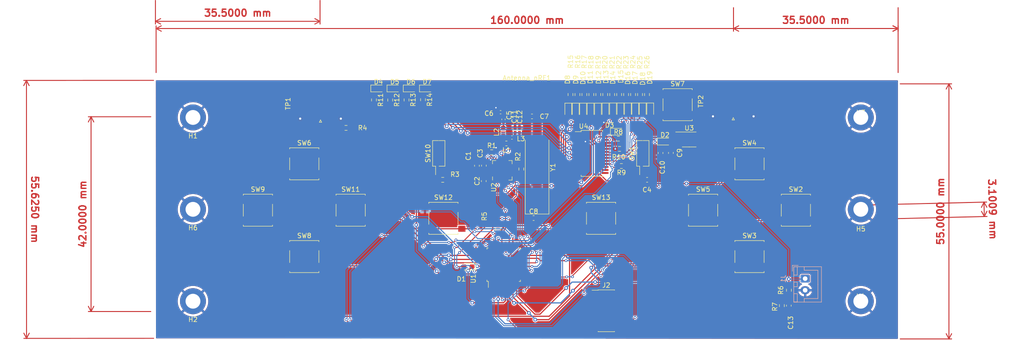
<source format=kicad_pcb>
(kicad_pcb (version 20221018) (generator pcbnew)
  (layers (0 "F.Cu" signal) (31 "B.Cu" signal) (34 "B.Paste" user) (35 "F.Paste" user) (36 "B.SilkS" user "B.Silkscreen") (37 "F.SilkS" user "F.Silkscreen") (38 "B.Mask" user) (39 "F.Mask" user) (44 "Edge.Cuts" user))
  (net 0 "")
  (net 1 "Antenna")
  (net 2 "A_Button")
  (net 3 "Glob_Alim")
  (net 4 "Return_ANT")
  (net 5 "Net-(U2-DVDD)")
  (net 6 "Net-(C5-Pad2)")
  (net 7 "Net-(U2-XC1)")
  (net 8 "Net-(U2-XC2)")
  (net 9 "Net-(U3-BP)")
  (net 10 "Li-ion")
  (net 11 "POWER_CHECK")
  (net 12 "Net-(#FLG02-pwr)")
  (net 13 "Net-(D2-A)")
  (net 14 "Net-(#FLG06-pwr)")
  (net 15 "Net-(D4-A)")
  (net 16 "Net-(D5-A)")
  (net 17 "Net-(D6-A)")
  (net 18 "GND")
  (net 19 "Net-(D4-K)")
  (net 20 "Net-(D5-K)")
  (net 21 "Net-(D7-K)")
  (net 22 "B_Button")
  (net 23 "X_Button")
  (net 24 "Y_Button")
  (net 25 "UC_Button")
  (net 26 "LC_Button")
  (net 27 "RC_Button")
  (net 28 "DC_Button")
  (net 29 "ST_Button")
  (net 30 "SE_Button")
  (net 31 "Net-(D6-K)")
  (net 32 "Order_Search")
  (net 33 "NES{slash}SNES_switcher")
  (net 36 "+3.3V")
  (net 37 "SWDIO")
  (net 38 "Net-(D7-A)")
  (net 39 "SWDCK")
  (net 40 "RX{slash}TX")
  (net 42 "Net-(D8-K)")
  (net 43 "Pin_Clock")
  (net 44 "Digital_Out_Put")
  (net 45 "MOSI")
  (net 48 "Net-(D8-A)")
  (net 49 "Net-(D9-K)")
  (net 50 "Net-(D9-A)")
  (net 51 "Net-(D10-K)")
  (net 52 "Reset_Buton ")
  (net 53 "USART2_RX")
  (net 54 "USART2_TX")
  (net 55 "R")
  (net 56 "L")
  (net 57 "Net-(D10-A)")
  (net 58 "Net-(D11-K)")
  (net 59 "Net-(D11-A)")
  (net 60 "Net-(D12-K)")
  (net 61 "Net-(D12-A)")
  (net 62 "Net-(D13-K)")
  (net 63 "Net-(D13-A)")
  (net 64 "Net-(D14-K)")
  (net 65 "Net-(D14-A)")
  (net 66 "Net-(D15-K)")
  (net 67 "Net-(D15-A)")
  (net 68 "Net-(D16-K)")
  (net 69 "Net-(D16-A)")
  (net 70 "Net-(D17-K)")
  (net 71 "Net-(D17-A)")
  (net 72 "Net-(D18-K)")
  (net 73 "Net-(D18-A)")
  (net 74 "Net-(D19-K)")
  (net 75 "Net-(D19-A)")
  (net 76 "Net-(U2-ANT2)")
  (net 77 "Net-(U2-ANT1)")
  (net 78 "Net-(U2-IREF)")
  (net 79 "DIODE_SDA")
  (net 80 "DIODE_CLK")
  (net 81 "DIODE_OE")
  (net 82 "Net-(#FLG05-pwr)")
  (footprint "Diode_SMD:D_0603_1608Metric_Pad1.05x0.95mm_HandSolder" (layer "F.Cu") (at 127.3 100.175 180)
    (fp_text reference "D1")
    (fp_text value "D_Small")
  )
  (footprint "Capacitor_SMD:C_0603_1608Metric_Pad1.08x0.95mm_HandSolder" (layer "F.Cu") (at 165.925 81.45)
    (fp_text reference "C4")
    (fp_text value "1u")
  )
  (footprint "Resistor_SMD:R_0603_1608Metric_Pad0.98x0.95mm_HandSolder" (layer "F.Cu") (at 164.4 63.0625 90)
    (fp_text reference "R25")
    (fp_text value "1K")
  )
  (footprint "Package_QFP:LQFP-32_7x7mm_P0.8mm" (layer "F.Cu") (at 135 99.75 90)
    (fp_text reference "U1")
    (fp_text value "STM32L412KBTx")
  )
  (footprint "Resistor_SMD:R_0603_1608Metric_Pad0.98x0.95mm_HandSolder" (layer "F.Cu") (at 159.725 72.575)
    (fp_text reference "R8")
    (fp_text value "10K")
  )
  (footprint "Resistor_SMD:R_0603_1608Metric_Pad0.98x0.95mm_HandSolder" (layer "F.Cu") (at 149.4 63.0625 90)
    (fp_text reference "R15")
    (fp_text value "1K")
  )
  (footprint "LED_SMD:LED_0603_1608Metric_Pad1.05x0.95mm_HandSolder" (layer "F.Cu") (at 158.575 66.55 -90)
    (fp_text reference "D14")
    (fp_text value "O3")
  )
  (footprint "Inductor_SMD:L_0402_1005Metric_Pad0.77x0.64mm_HandSolder" (layer "F.Cu") (at 136.775 72.325)
    (fp_text reference "L3")
    (fp_text value "2.7nH")
  )
  (footprint "MountingHole:MountingHole_3.2mm_M3_DIN965_Pad" (layer "F.Cu") (at 212 68)
    (fp_text reference "H3")
    (fp_text value "MountingHole_Pad")
  )
  (footprint "Button_Switch_SMD:SW_SPST_B3S-1000" (layer "F.Cu") (at 178 88)
    (fp_text reference "SW5")
    (fp_text value "SW_SPST")
  )
  (footprint "Resistor_SMD:R_0603_1608Metric_Pad0.98x0.95mm_HandSolder" (layer "F.Cu") (at 194.975 108.575 -90)
    (fp_text reference "R7")
    (fp_text value "1M")
  )
  (footprint "LED_SMD:LED_0603_1608Metric_Pad1.05x0.95mm_HandSolder" (layer "F.Cu") (at 115 61.75)
    (fp_text reference "D6")
    (fp_text value "G3")
  )
  (footprint "Crystal:Crystal_SMD_HC49-SD_HandSoldering" (layer "F.Cu") (at 142.2 78.75 90)
    (fp_text reference "Y1")
    (fp_text value "16MHz")
  )
  (footprint "Resistor_SMD:R_0603_1608Metric_Pad0.98x0.95mm_HandSolder" (layer "F.Cu") (at 160.375 78.475 180)
    (fp_text reference "R9")
    (fp_text value "10K")
  )
  (footprint "Button_Switch_SMD:SW_SPST_B3S-1000" (layer "F.Cu") (at 156 89.75)
    (fp_text reference "SW13")
    (fp_text value "SW_SPST")
  )
  (footprint "Resistor_SMD:R_0603_1608Metric_Pad0.98x0.95mm_HandSolder" (layer "F.Cu") (at 155.4 63.0625 90)
    (fp_text reference "R19")
    (fp_text value "1K")
  )
  (footprint "LED_SMD:LED_0603_1608Metric_Pad1.05x0.95mm_HandSolder" (layer "F.Cu") (at 166.6 66.55 -90)
    (fp_text reference "D19")
    (fp_text value "R4")
  )
  (footprint "LED_SMD:LED_0603_1608Metric_Pad1.05x0.95mm_HandSolder" (layer "F.Cu") (at 159.675 71.075)
    (fp_text reference "D3")
    (fp_text value "D_Small")
  )
  (footprint "Resistor_SMD:R_0603_1608Metric_Pad0.98x0.95mm_HandSolder" (layer "F.Cu") (at 114.05 64.225 -90)
    (fp_text reference "R13")
    (fp_text value "1K")
  )
  (footprint "Button_Switch_SMD:SW_SPST_B3S-1000" (layer "F.Cu") (at 92 78)
    (fp_text reference "SW6")
    (fp_text value "SW_SPST")
  )
  (footprint "LED_SMD:LED_0603_1608Metric_Pad1.05x0.95mm_HandSolder" (layer "F.Cu") (at 118.5 61.75)
    (fp_text reference "D7")
    (fp_text value "G4")
  )
  (footprint "Button_Switch_SMD:SW_SPST_B3S-1000" (layer "F.Cu") (at 82 88)
    (fp_text reference "SW9")
    (fp_text value "SW_SPST")
  )
  (footprint "Package_DFN_QFN:QFN-20-1EP_4x4mm_P0.5mm_EP2.5x2.5mm" (layer "F.Cu") (at 134.7 79.4 90)
    (fp_text reference "U2")
    (fp_text value "NRF24L01")
  )
  (footprint "Resistor_SMD:R_0603_1608Metric_Pad0.98x0.95mm_HandSolder" (layer "F.Cu") (at 117.6 64.175 -90)
    (fp_text reference "R14")
    (fp_text value "1K")
  )
  (footprint "Button_Switch_SMD:SW_SPST_B3S-1000" (layer "F.Cu") (at 198 88)
    (fp_text reference "SW2")
    (fp_text value "SW_SPST")
  )
  (footprint "LED_SMD:LED_0603_1608Metric_Pad1.05x0.95mm_HandSolder" (layer "F.Cu") (at 156.95 66.5625 -90)
    (fp_text reference "D13")
    (fp_text value "O2")
  )
  (footprint "Capacitor_SMD:C_0603_1608Metric_Pad1.08x0.95mm_HandSolder" (layer "F.Cu") (at 130.7 81.725 90)
    (fp_text reference "C2")
    (fp_text value "33nF")
  )
  (footprint "Resistor_SMD:R_0603_1608Metric_Pad0.98x0.95mm_HandSolder" (layer "F.Cu") (at 161.4 63.0625 90)
    (fp_text reference "R23")
    (fp_text value "1K")
  )
  (footprint "MountingHole:MountingHole_3.2mm_M3_DIN965_Pad" (layer "F.Cu") (at 68 87.8125)
    (fp_text reference "H6")
    (fp_text value "MountingHole_Pad")
  )
  (footprint "Capacitor_SMD:C_0402_1005Metric_Pad0.74x0.62mm_HandSolder" (layer "F.Cu") (at 137.45 70.725 -90)
    (fp_text reference "C12")
    (fp_text value "4.7pF")
  )
  (footprint "Package_SO:TSSOP-28_4.4x9.7mm_P0.65mm" (layer "F.Cu") (at 154 75.75)
    (fp_text reference "U4")
    (fp_text value "PCA9685PW")
  )
  (footprint "LED_SMD:LED_0603_1608Metric_Pad1.05x0.95mm_HandSolder" (layer "F.Cu") (at 108 61.75)
    (fp_text reference "D4")
    (fp_text value "G1")
  )
  (footprint "Capacitor_SMD:C_0603_1608Metric_Pad1.08x0.95mm_HandSolder" (layer "F.Cu") (at 141.1 67.775)
    (fp_text reference "C7")
    (fp_text value "22nF")
  )
  (footprint "MountingHole:MountingHole_3.2mm_M3_DIN965_Pad" (layer "F.Cu") (at 212 87.8125)
    (fp_text reference "H5")
    (fp_text value "MountingHole_Pad")
  )
  (footprint "Resistor_SMD:R_0603_1608Metric_Pad0.98x0.95mm_HandSolder" (layer "F.Cu") (at 132.4125 75.5)
    (fp_text reference "R1")
    (fp_text value "22K")
  )
  (footprint "Inductor_SMD:L_0603_1608Metric_Pad1.05x0.95mm_HandSolder" (layer "F.Cu") (at 135.575 73.6 180)
    (fp_text reference "L1")
    (fp_text value "8.2nH")
  )
  (footprint "Capacitor_SMD:C_0402_1005Metric_Pad0.74x0.62mm_HandSolder" (layer "F.Cu") (at 134.325 66.875 180)
    (fp_text reference "C6")
    (fp_text value "1.0pF")
  )
  (footprint "LED_SMD:LED_0603_1608Metric_Pad1.05x0.95mm_HandSolder" (layer "F.Cu") (at 163.375 66.55 -90)
    (fp_text reference "D17")
    (fp_text value "R2")
  )
  (footprint "LED_SMD:LED_0603_1608Metric_Pad1.05x0.95mm_HandSolder" (layer "F.Cu") (at 150.525 66.575 -90)
    (fp_text reference "D9")
    (fp_text value "G6")
  )
  (footprint "MountingHole:MountingHole_3.2mm_M3_DIN965_Pad" (layer "F.Cu") (at 68 68)
    (fp_text reference "H1")
    (fp_text value "MountingHole_Pad")
  )
  (footprint "Button_Switch_SMD:SW_SPST_B3S-1000" (layer "F.Cu") (at 172.5 65.25)
    (fp_text reference "SW7")
    (fp_text value "SW_SPST")
  )
  (footprint "MountingHole:MountingHole_3.2mm_M3_DIN965_Pad" (layer "F.Cu") (at 68 107.625)
    (fp_text reference "H2")
    (fp_text value "MountingHole_Pad")
  )
  (footprint "Resistor_SMD:R_0603_1608Metric_Pad0.98x0.95mm_HandSolder" (layer "F.Cu") (at 138.8 79.125 -90)
    (fp_text reference "R2")
    (fp_text value "1M")
  )
  (footprint "Connector_Coaxial:SMA_Molex_73251-1153_EdgeMount_Horizontal" (layer "F.Cu") (at 184.5 66.04 -90)
    (fp_text reference "TP2")
    (fp_text value "L")
  )
  (footprint "Resistor_SMD:R_0603_1608Metric_Pad0.98x0.95mm_HandSolder" (layer "F.Cu") (at 101 70.25)
    (fp_text reference "R4")
    (fp_text value "1K")
  )
  (footprint "Button_Switch_SMD:SW_DIP_SPSTx01_Slide_Copal_CHS-01B_W7.62mm_P1.27mm" (layer "F.Cu") (at 165 75.75 90)
    (fp_text reference "SW1")
    (fp_text value "SW_DIP_x01")
  )
  (footprint "Resistor_SMD:R_0603_1608Metric_Pad0.98x0.95mm_HandSolder" (layer "F.Cu") (at 121.85 81.45)
    (fp_text reference "R3")
    (fp_text value "1K")
  )
  (footprint "LED_SMD:LED_0603_1608Metric_Pad1.05x0.95mm_HandSolder" (layer "F.Cu") (at 169.775 73.2)
    (fp_text reference "D2")
    (fp_text value "LED_Small")
  )
  (footprint "Connector_Coaxial:SMA_Molex_73251-1153_EdgeMount_Horizontal" (layer "F.Cu") (at 95.5 66.54 -90)
    (fp_text reference "TP1")
    (fp_text value "R")
  )
  (footprint "Capacitor_SMD:C_0402_1005Metric_Pad0.74x0.62mm_HandSolder" (layer "F.Cu") (at 138.4 70.725 90)
    (fp_text reference "C11")
    (fp_text value "2.2nF")
  )
  (footprint "Resistor_SMD:R_0603_1608Metric_Pad0.98x0.95mm_HandSolder" (layer "F.Cu") (at 152.4 63.0625 90)
    (fp_text reference "R17")
    (fp_text value "1K")
  )
  (footprint "Capacitor_SMD:C_0402_1005Metric_Pad0.74x0.62mm_HandSolder" (layer "F.Cu") (at 134.95 68.425 -90)
    (fp_text reference "C5")
    (fp_text value "1.5pF")
  )
  (footprint "LED_SMD:LED_0603_1608Metric_Pad1.05x0.95mm_HandSolder" (layer "F.Cu") (at 161.775 66.55 -90)
    (fp_text reference "D16")
    (fp_text value "R1")
  )
  (footprint "Resistor_SMD:R_0603_1608Metric_Pad0.98x0.95mm_HandSolder" (layer "F.Cu") (at 196.5 105.25 -90)
    (fp_text reference "R6")
    (fp_text value "1M")
  )
  (footprint "LED_SMD:LED_0603_1608Metric_Pad1.05x0.95mm_HandSolder" (layer "F.Cu") (at 155.325 66.575 -90)
    (fp_text reference "D12")
    (fp_text value "O1")
  )
  (footprint "Capacitor_SMD:C_0603_1608Metric_Pad1.08x0.95mm_HandSolder" (layer "F.Cu") (at 129.225 78.4125 -90)
    (fp_text reference "C1")
    (fp_text value "10nF")
  )
  (footprint "LED_SMD:LED_0603_1608Metric_Pad1.05x0.95mm_HandSolder" (layer "F.Cu") (at 160.175 66.55 -90)
    (fp_text reference "D15")
    (fp_text value "O4")
  )
  (footprint "Resistor_SMD:R_0603_1608Metric_Pad0.98x0.95mm_HandSolder" (layer "F.Cu") (at 107.025 64.225 -90)
    (fp_text reference "R11")
    (fp_text value "1K")
  )
  (footprint "Button_Switch_SMD:SW_SPST_B3S-1000" (layer "F.Cu") (at 102 88)
    (fp_text reference "SW11")
    (fp_text value "SW_SPST")
  )
  (footprint "Capacitor_SMD:C_0603_1608Metric_Pad1.08x0.95mm_HandSolder" (layer "F.Cu") (at 196.475 108.575 -90)
    (fp_text reference "C13")
    (fp_text value "1nF")
  )
  (footprint "LED_SMD:LED_0603_1608Metric_Pad1.05x0.95mm_HandSolder" (layer "F.Cu") (at 153.725 66.575 -90)
    (fp_text reference "D11")
    (fp_text value "G8")
  )
  (footprint "Resistor_SMD:R_0603_1608Metric_Pad0.98x0.95mm_HandSolder" (layer "F.Cu") (at 159.9 63.0625 90)
    (fp_text reference "R22")
    (fp_text value "1K")
  )
  (footprint "Resistor_SMD:R_0603_1608Metric_Pad0.98x0.95mm_HandSolder" (layer "F.Cu") (at 159.975 74.775)
    (fp_text reference "R10")
    (fp_text value "10K")
  )
  (footprint "LED_SMD:LED_0603_1608Metric_Pad1.05x0.95mm_HandSolder" (layer "F.Cu") (at 148.925 66.575 -90)
    (fp_text reference "D8")
    (fp_text value "G5")
  )
  (footprint "Button_Switch_SMD:SW_SPST_B3S-1000" (layer "F.Cu") (at 188 98)
    (fp_text reference "SW3")
    (fp_text value "SW_SPST")
  )
  (footprint "LED_SMD:LED_0603_1608Metric_Pad1.05x0.95mm_HandSolder" (layer "F.Cu") (at 111.5 61.75)
    (fp_text reference "D5")
    (fp_text value "G2")
  )
  (footprint "LED_SMD:LED_0603_1608Metric_Pad1.05x0.95mm_HandSolder" (layer "F.Cu") (at 152.125 66.575 -90)
    (fp_text reference "D10")
    (fp_text value "G7")
  )
  (footprint "Resistor_SMD:R_0603_1608Metric_Pad0.98x0.95mm_HandSolder" (layer "F.Cu") (at 165.9 63.0625 90)
    (fp_text reference "R26")
    (fp_text value "1K")
  )
  (footprint "Capacitor_SMD:C_0603_1608Metric_Pad1.08x0.95mm_HandSolder" (layer "F.Cu") (at 168.825 75.6625 -90)
    (fp_text reference "C10")
    (fp_text value "100nF")
  )
  (footprint "Resistor_SMD:R_0603_1608Metric_Pad0.98x0.95mm_HandSolder" (layer "F.Cu") (at 158.4 63.0625 90)
    (fp_text reference "R21")
    (fp_text value "1K")
  )
  (footprint "Resistor_SMD:R_0603_1608Metric_Pad0.98x0.95mm_HandSolder" (layer "F.Cu") (at 156.9 63.0625 90)
    (fp_text reference "R20")
    (fp_text value "1K")
  )
  (footprint "Inductor_SMD:L_0603_1608Metric_Pad1.05x0.95mm_HandSolder" (layer "F.Cu") (at 134.9 71.175 90)
    (fp_text reference "L2")
    (fp_text value "3.9nH")
  )
  (footprint "Button_Switch_SMD:SW_SPST_B3S-1000" (layer "F.Cu") (at 188 78)
    (fp_text reference "SW4")
    (fp_text value "SW_SPST")
  )
  (footprint "Resistor_SMD:R_0603_1608Metric_Pad0.98x0.95mm_HandSolder" (layer "F.Cu") (at 153.9 63.0625 90)
    (fp_text reference "R18")
    (fp_text value "1K")
  )
  (footprint "Capacitor_SMD:C_0603_1608Metric_Pad1.08x0.95mm_HandSolder" (layer "F.Cu") (at 171.05 75.65 -90)
    (fp_text reference "C9")
    (fp_text value "C_Small")
  )
  (footprint "Button_Switch_SMD:SW_DIP_SPSTx01_Slide_Copal_CHS-01B_W7.62mm_P1.27mm" (layer "F.Cu") (at 121 75.75 90)
    (fp_text reference "SW10")
    (fp_text value "SW_DIP_x01")
  )
  (footprint "Package_SO:MSOP-8_3x3mm_P0.65mm" (layer "F.Cu") (at 175 72.75)
    (fp_text reference "U3")
    (fp_text value "MIC5219-3.3YMM")
  )
  (footprint "Button_Switch_SMD:SW_SPST_B3S-1000" (layer "F.Cu") (at 122 89.75)
    (fp_text reference "SW12")
    (fp_text value "SW_SPST")
  )
  (footprint "Capacitor_SMD:C_0603_1608Metric_Pad1.08x0.95mm_HandSolder" (layer "F.Cu") (at 141.45 89.7)
    (fp_text reference "C8")
    (fp_text value "22nF")
  )
  (footprint "MountingHole:MountingHole_3.2mm_M3_DIN965_Pad" (layer "F.Cu") (at 212 107.625)
    (fp_text reference "H4")
    (fp_text value "MountingHole_Pad")
  )
  (footprint "Connector_PinHeader_1.27mm:PinHeader_2x07_P1.27mm_Vertical_SMD" (layer "F.Cu") (at 157.125 109.69)
    (fp_text reference "J2")
    (fp_text value "Conn_02x07_Odd_Even")
  )
  (footprint "Capacitor_SMD:C_0603_1608Metric_Pad1.08x0.95mm_HandSolder" (layer "F.Cu") (at 130.725 78.3875 -90)
    (fp_text reference "C3")
    (fp_text value "1nF")
  )
  (footprint "RF_Antenna:Texas_SWRA117D_2.4GHz_Right" (layer "F.Cu") (at 135.425 65.9)
    (fp_text reference "Antenna_nRF1")
    (fp_text value "~")
  )
  (footprint "Resistor_SMD:R_0603_1608Metric_Pad0.98x0.95mm_HandSolder" (layer "F.Cu") (at 162.9 63.0625 90)
    (fp_text reference "R24")
    (fp_text value "1K")
  )
  (footprint "Resistor_SMD:R_0603_1608Metric_Pad0.98x0.95mm_HandSolder" (layer "F.Cu") (at 150.9 63.0625 90)
    (fp_text reference "R16")
    (fp_text value "1K")
  )
  (footprint "Resistor_SMD:R_0603_1608Metric_Pad0.98x0.95mm_HandSolder" (layer "F.Cu") (at 110.525 64.25 -90)
    (fp_text reference "R12")
    (fp_text value "1K")
  )
  (footprint "LED_SMD:LED_0603_1608Metric_Pad1.05x0.95mm_HandSolder" (layer "F.Cu") (at 164.975 66.55 -90)
    (fp_text reference "D18")
    (fp_text value "R3")
  )
  (footprint "Button_Switch_SMD:SW_SPST_B3S-1000" (layer "F.Cu") (at 92 98)
    (fp_text reference "SW8")
    (fp_text value "SW_SPST")
  )
  (footprint "Resistor_SMD:R_0603_1608Metric_Pad0.98x0.95mm_HandSolder" (layer "F.Cu") (at 133.775 92.15 90)
    (fp_text reference "R5")
    (fp_text value "1K")
  )
  (footprint "Connector_JST:JST_XH_B2B-XH-A_1x02_P2.50mm_Vertical" (layer "B.Cu") (at 200 102.75 -90)
    (fp_text reference "J1")
    (fp_text value "Conn_01x02")
  )
  (dimension (type aligned) (layer "F.Cu") (pts (xy 60.05 58.825) (xy 220.05 58.825)) (height -10) (gr_text "160.0000 mm" (at 140.05 47.025) (layer "F.Cu") (effects (font (size 1.5 1.5) (thickness 0.3)))) (format (prefix "") (suffix "") (units 3) (units_format 1) (precision 4)) (style (thickness 0.2) (arrow_length 1.27) (text_position_mode 0) (extension_height 0.58642) (extension_offset 0.5) keep_text_aligned))
  (dimension (type aligned) (layer "F.Cu") (pts (xy 60 60) (xy 60.025 115.625)) (height 27.910346) (gr_text "55.6250 mm" (at 33.902157 87.824235 270.0257509) (layer "F.Cu") (effects (font (size 1.5 1.5) (thickness 0.3)))) (format (prefix "") (suffix "") (units 3) (units_format 1) (precision 4)) (style (thickness 0.2) (arrow_length 1.27) (text_position_mode 0) (extension_height 0.58642) (extension_offset 0.5) keep_text_aligned))
  (dimension (type aligned) (layer "F.Cu") (pts (xy 59.9 42.275) (xy 95.4 42.275)) (height 5) (gr_text "35.5000 mm" (at 77.65 45.475) (layer "F.Cu") (effects (font (size 1.5 1.5) (thickness 0.3)))) (format (prefix "") (suffix "") (units 3) (units_format 1) (precision 4)) (style (thickness 0.2) (arrow_length 1.27) (text_position_mode 0) (extension_height 0.58642) (extension_offset 0.5) keep_text_aligned))
  (dimension (type aligned) (layer "F.Cu") (pts (xy 213.225 86.875) (xy 213.3 89.975)) (height -25.346559) (gr_text "3.1009 mm" (at 240.401117 87.76842 271.3859179) (layer "F.Cu") (effects (font (size 1.5 1.5) (thickness 0.3)))) (format (prefix "") (suffix "") (units 3) (units_format 1) (precision 4)) (style (thickness 0.2) (arrow_length 1.27) (text_position_mode 0) (extension_height 0.58642) (extension_offset 0.5) keep_text_aligned))
  (dimension (type aligned) (layer "F.Cu") (pts (xy 220 60.75) (xy 220 115.75)) (height -11) (gr_text "55.0000 mm" (at 229.2 88.25 90) (layer "F.Cu") (effects (font (size 1.5 1.5) (thickness 0.3)))) (format (prefix "") (suffix "") (units 3) (units_format 1) (precision 4)) (style (thickness 0.2) (arrow_length 1.27) (text_position_mode 0) (extension_height 0.58642) (extension_offset 0.5) keep_text_aligned))
  (dimension (type aligned) (layer "F.Cu") (pts (xy 59.4 67.85) (xy 59.4 109.85)) (height 13.375) (gr_text "42.0000 mm" (at 44.225 88.85 90) (layer "F.Cu") (effects (font (size 1.5 1.5) (thickness 0.3)))) (format (prefix "") (suffix "") (units 3) (units_format 1) (precision 4)) (style (thickness 0.2) (arrow_length 1.27) (text_position_mode 0) (extension_height 0.58642) (extension_offset 0.5) keep_text_aligned))
  (dimension (type aligned) (layer "F.Cu") (pts (xy 184.55 43.825) (xy 220.05 43.825)) (height 5) (gr_text "35.5000 mm" (at 202.3 47.025) (layer "F.Cu") (effects (font (size 1.5 1.5) (thickness 0.3)))) (format (prefix "") (suffix "") (units 3) (units_format 1) (precision 4)) (style (thickness 0.2) (arrow_length 1.27) (text_position_mode 0) (extension_height 0.58642) (extension_offset 0.5) keep_text_aligned))
  (segment (start 134.8925 67.8) (end 134.95 67.8575) (width 0.25) (layer "F.Cu") (net 1))
  (segment (start 134.8925 66.875) (end 134.8925 67.8) (width 0.25) (layer "F.Cu") (net 1))
  (segment (start 186.75 90.25) (end 194.025 90.25) (width 0.25) (layer "F.Cu") (net 2))
  (segment (start 155.736796 99.55) (end 177.95 99.55) (width 0.25) (layer "F.Cu") (net 2))
  (segment (start 149.930898 105.355898) (end 155.736796 99.55) (width 0.25) (layer "F.Cu") (net 2))
  (segment (start 182.2 95.3) (end 182.2 94.8) (width 0.25) (layer "F.Cu") (net 2))
  (segment (start 136.2 106.950098) (end 136.2 103.925) (width 0.25) (layer "F.Cu") (net 2))
  (segment (start 194.025 90.25) (end 201.975 90.25) (width 0.25) (layer "F.Cu") (net 2))
  (segment (start 177.95 99.55) (end 182.2 95.3) (width 0.25) (layer "F.Cu") (net 2))
  (segment (start 182.2 94.8) (end 186.75 90.25) (width 0.25) (layer "F.Cu") (net 2))
  (segment (start 137.237451 107.987549) (end 136.2 106.950098) (width 0.25) (layer "F.Cu") (net 2))
  (via (at 137.237451 107.987549) (size 0.8) (drill 0.4) (layers "F.Cu" "B.Cu") (net 2))
  (via (at 149.930898 105.355898) (size 0.8) (drill 0.4) (layers "F.Cu" "B.Cu") (net 2))
  (segment (start 147.299247 107.987549) (end 137.237451 107.987549) (width 0.25) (layer "B.Cu") (net 2))
  (segment (start 149.930898 105.355898) (end 147.299247 107.987549) (width 0.25) (layer "B.Cu") (net 2))
  (segment (start 160.55 71.075) (end 160.55 69.05) (width 0.25) (layer "F.Cu") (net 3))
  (segment (start 165.079505 82.8) (end 167.275 82.8) (width 0.25) (layer "F.Cu") (net 3))
  (segment (start 161.2875 79.007995) (end 165.079505 82.8) (width 0.25) (layer "F.Cu") (net 3))
  (segment (start 154.350521 74.049479) (end 154.350521 80.175521) (width 0.25) (layer "F.Cu") (net 3))
  (segment (start 133.301756 77.064256) (end 133.7 77.4625) (width 0.25) (layer "F.Cu") (net 3))
  (segment (start 150.448959 74.125) (end 151.1375 74.125) (width 0.25) (layer "F.Cu") (net 3))
  (segment (start 151.1375 71.525) (end 150.448959 71.525) (width 0.25) (layer "F.Cu") (net 3))
  (segment (start 168.375 82.8) (end 168.45 82.875) (width 0.25) (layer "F.Cu") (net 3))
  (segment (start 128.325 77.55) (end 127.45 78.425) (width 0.25) (layer "F.Cu") (net 3))
  (segment (start 150.075 71.898959) (end 150.075 72.525) (width 0.25) (layer "F.Cu") (net 3))
  (segment (start 155.75 80.225) (end 155.925 80.4) (width 0.25) (layer "F.Cu") (net 3))
  (segment (start 131.2 91.4255) (end 131.167323 91.4255) (width 0.2) (layer "F.Cu") (net 3))
  (segment (start 130.7 77.55) (end 130.725 77.525) (width 0.25) (layer "F.Cu") (net 3))
  (segment (start 131.167323 91.4255) (end 125.467323 97.1255) (width 0.2) (layer "F.Cu") (net 3))
  (segment (start 168.9 73.2) (end 168.9 74.725) (width 0.25) (layer "F.Cu") (net 3))
  (segment (start 160.075 81.675) (end 161.375 80.375) (width 0.25) (layer "F.Cu") (net 3))
  (segment (start 160.8875 74.775) (end 160.8875 72.825) (width 0.25) (layer "F.Cu") (net 3))
  (segment (start 150.075 72.525) (end 150.075 73.751041) (width 0.25) (layer "F.Cu") (net 3))
  (segment (start 131.6 79.4) (end 132.7625 79.4) (width 0.25) (layer "F.Cu") (net 3))
  (segment (start 124.9 100.175) (end 124.875 100.15) (width 0.2) (layer "F.Cu") (net 3))
  (segment (start 133.301756 76.500576) (end 133.301756 77.064256) (width 0.25) (layer "F.Cu") (net 3))
  (segment (start 160.6375 71.1625) (end 160.55 71.075) (width 0.25) (layer "F.Cu") (net 3))
  (segment (start 161.375 78.5625) (end 161.2875 78.475) (width 0.25) (layer "F.Cu") (net 3))
  (segment (start 168.9 74.725) (end 168.825 74.8) (width 0.25) (layer "F.Cu") (net 3))
  (segment (start 154.4 80.225) (end 155.75 80.225) (width 0.25) (layer "F.Cu") (net 3))
  (segment (start 130.725 77.525) (end 131.525 78.325) (width 0.25) (layer "F.Cu") (net 3))
  (segment (start 137.098008 79.9) (end 137.45 80.251992) (width 0.25) (layer "F.Cu") (net 3))
  (segment (start 121.865 71.94) (end 123.275 73.35) (width 0.25) (layer "F.Cu") (net 3))
  (segment (start 151.1375 71.525) (end 151.826041 71.525) (width 0.25) (layer "F.Cu") (net 3))
  (segment (start 154.350521 80.175521) (end 154.4 80.225) (width 0.25) (layer "F.Cu") (net 3))
  (segment (start 154.4 80.225) (end 154.462652 80.287652) (width 0.25) (layer "F.Cu") (net 3))
  (segment (start 161.375 80.375) (end 161.375 78.5625) (width 0.25) (layer "F.Cu") (net 3))
  (segment (start 131.525 76.575576) (end 131.525 78.325) (width 0.25) (layer "F.Cu") (net 3))
  (segment (start 126.425 100.175) (end 124.9 100.175) (width 0.2) (layer "F.Cu") (net 3))
  (segment (start 157.2 81.675) (end 160.075 81.675) (width 0.25) (layer "F.Cu") (net 3))
  (segment (start 131.6 76.500576) (end 131.525 76.575576) (width 0.25) (layer "F.Cu") (net 3))
  (segment (start 137.8 84.8255) (end 131.2 91.4255) (width 0.2) (layer "F.Cu") (net 3))
  (segment (start 127.45 78.425) (end 127.45 81.7) (width 0.25) (layer "F.Cu") (net 3))
  (segment (start 123.275 75.125) (end 125.7 77.55) (width 0.25) (layer "F.Cu") (net 3))
  (segment (start 130.275 84.525) (end 135.6 84.525) (width 0.25) (layer "F.Cu") (net 3))
  (segment (start 152.000305 82.75) (end 145.3 82.75) (width 0.25) (layer "F.Cu") (net 3))
  (segment (start 161.2875 78.475) (end 161.2875 79.007995) (width 0.25) (layer "F.Cu") (net 3))
  (segment (start 150.075 73.751041) (end 150.448959 74.125) (width 0.25) (layer "F.Cu") (net 3))
  (segment (start 154.462652 80.287652) (end 152.000305 82.75) (width 0.25) (layer "F.Cu") (net 3))
  (segment (start 123.275 73.35) (end 123.275 75.125) (width 0.25) (layer "F.Cu") (net 3))
  (segment (start 155.925 80.4) (end 157.2 81.675) (width 0.25) (layer "F.Cu") (net 3))
  (segment (start 131.525 78.325) (end 131.525 79.325) (width 0.25) (layer "F.Cu") (net 3))
  (segment (start 137.45 80.251992) (end 137.45 81.975) (width 0.25) (layer "F.Cu") (net 3))
  (segment (start 151.826041 71.525) (end 154.350521 74.049479) (width 0.25) (layer "F.Cu") (net 3))
  (segment (start 121 71.94) (end 121.865 71.94) (width 0.25) (layer "F.Cu") (net 3))
  (segment (start 150.448959 71.525) (end 150.075 71.898959) (width 0.25) (layer "F.Cu") (net 3))
  (segment (start 150.075 72.525) (end 150.375 72.825) (width 0.25) (layer "F.Cu") (net 3))
  (segment (start 160.55 69.05) (end 160.2 68.7) (width 0.25) (layer "F.Cu") (net 3))
  (segment (start 137.45 81.975) (end 137.8 82.325) (width 0.25) (layer "F.Cu") (net 3))
  (segment (start 168.75 73.35) (end 168.9 73.2) (width 0.25) (layer "F.Cu") (net 3))
  (segment (start 131.525 79.325) (end 131.6 79.4) (width 0.25) (layer "F.Cu") (net 3))
  (segment (start 150.375 72.825) (end 151.1375 72.825) (width 0.25) (layer "F.Cu") (net 3))
  (segment (start 127.45 81.7) (end 130.275 84.525) (width 0.25) (layer "F.Cu") (net 3))
  (segment (start 136.6375 79.9) (end 137.098008 79.9) (width 0.25) (layer "F.Cu") (net 3))
  (segment (start 129.225 77.55) (end 128.325 77.55) (width 0.25) (layer "F.Cu") (net 3))
  (segment (start 160.6375 72.575) (end 160.6375 71.1625) (width 0.25) (layer "F.Cu") (net 3))
  (segment (start 137.8 82.325) (end 137.8 84.8255) (width 0.2) (layer "F.Cu") (net 3))
  (segment (start 129.225 77.55) (end 130.7 77.55) (width 0.25) (layer "F.Cu") (net 3))
  (segment (start 167.275 82.8) (end 168.375 82.8) (width 0.25) (layer "F.Cu") (net 3))
  (segment (start 167.625 73.35) (end 168.75 73.35) (width 0.25) (layer "F.Cu") (net 3))
  (segment (start 160.8875 72.825) (end 160.6375 72.575) (width 0.25) (layer "F.Cu") (net 3))
  (segment (start 125.7 77.55) (end 129.225 77.55) (width 0.25) (layer "F.Cu") (net 3))
  (segment (start 135.6 84.525) (end 137.8 82.325) (width 0.25) (layer "F.Cu") (net 3))
  (via (at 168.45 82.875) (size 0.6) (drill 0.3) (layers "F.Cu" "B.Cu") (net 3))
  (via (at 137.8 82.325) (size 0.8) (drill 0.4) (layers "F.Cu" "B.Cu") (net 3))
  (via (at 125.467323 97.1255) (size 0.6) (drill 0.3) (layers "F.Cu" "B.Cu") (net 3))
  (via (at 160.2 68.7) (size 0.6) (drill 0.3) (layers "F.Cu" "B.Cu") (net 3))
  (via (at 167.625 73.35) (size 0.6) (drill 0.3) (layers "F.Cu" "B.Cu") (net 3))
  (via (at 131.6 76.500576) (size 0.6) (drill 0.3) (layers "F.Cu" "B.Cu") (net 3))
  (via (at 145.3 82.75) (size 0.8) (drill 0.4) (layers "F.Cu" "B.Cu") (net 3))
  (via (at 124.875 100.15) (size 0.6) (drill 0.3) (layers "F.Cu" "B.Cu") (net 3))
  (via (at 133.301756 76.500576) (size 0.6) (drill 0.3) (layers "F.Cu" "B.Cu") (net 3))
  (segment (start 124.875 97.717823) (end 125.467323 97.1255) (width 0.2) (layer "B.Cu") (net 3))
  (segment (start 168.45 78.625) (end 167.6 77.775) (width 0.25) (layer "B.Cu") (net 3))
  (segment (start 160.2 68.7) (end 160.55 68.35) (width 0.25) (layer "B.Cu") (net 3))
  (segment (start 165.15 68.35) (end 167.625 70.825) (width 0.25) (layer "B.Cu") (net 3))
  (segment (start 124.875 100.15) (end 124.875 97.717823) (width 0.2) (layer "B.Cu") (net 3))
  (segment (start 145.3 82.75) (end 138.225 82.75) (width 0.25) (layer "B.Cu") (net 3))
  (segment (start 167.625 77.75) (end 167.625 73.35) (width 0.25) (layer "B.Cu") (net 3))
  (segment (start 168.45 82.875) (end 168.45 78.625) (width 0.25) (layer "B.Cu") (net 3))
  (segment (start 167.6 77.775) (end 167.625 77.75) (width 0.25) (layer "B.Cu") (net 3))
  (segment (start 167.625 70.825) (end 167.625 73.35) (width 0.25) (layer "B.Cu") (net 3))
  (segment (start 138.225 82.75) (end 137.8 82.325) (width 0.25) (layer "B.Cu") (net 3))
  (segment (start 160.55 68.35) (end 165.15 68.35) (width 0.25) (layer "B.Cu") (net 3))
  (segment (start 131.6 76.500576) (end 133.301756 76.500576) (width 0.25) (layer "B.Cu") (net 3))
  (segment (start 137.175 74.525) (end 137.3475 74.3525) (width 0.25) (layer "F.Cu") (net 4))
  (segment (start 137.45 71.2925) (end 138.4 71.2925) (width 0.25) (layer "F.Cu") (net 4))
  (segment (start 137.175 75.074805) (end 137.175 74.525) (width 0.25) (layer "F.Cu") (net 4))
  (segment (start 137.3475 71.395) (end 137.45 71.2925) (width 0.25) (layer "F.Cu") (net 4))
  (segment (start 137.3475 72.325) (end 137.3475 71.395) (width 0.25) (layer "F.Cu") (net 4))
  (segment (start 135.7 77.4625) (end 135.7 75.975) (width 0.25) (layer "F.Cu") (net 4))
  (segment (start 136.274805 75.975) (end 137.175 75.074805) (width 0.25) (layer "F.Cu") (net 4))
  (segment (start 137.3475 74.3525) (end 137.3475 72.325) (width 0.25) (layer "F.Cu") (net 4))
  (segment (start 135.7 75.975) (end 136.274805 75.975) (width 0.25) (layer "F.Cu") (net 4))
  (segment (start 131.475 81.8125) (end 130.7 82.5875) (width 0.2) (layer "F.Cu") (net 5))
  (segment (start 131.475 80.675) (end 131.475 81.8125) (width 0.2) (layer "F.Cu") (net 5))
  (segment (start 132.25 79.9) (end 131.475 80.675) (width 0.2) (layer "F.Cu") (net 5))
  (segment (start 132.7625 79.9) (end 132.25 79.9) (width 0.2) (layer "F.Cu") (net 5))
  (segment (start 134.95 70.25) (end 134.9 70.3) (width 0.25) (layer "F.Cu") (net 6))
  (segment (start 134.95 68.9925) (end 134.95 70.25) (width 0.25) (layer "F.Cu") (net 6))
  (segment (start 142 72.8125) (end 140.2375 72.8125) (width 0.25) (layer "F.Cu") (net 7))
  (segment (start 140.2375 72.8125) (end 138.6 74.45) (width 0.25) (layer "F.Cu") (net 7))
  (segment (start 142 67.8125) (end 142 72.8125) (width 0.25) (layer "F.Cu") (net 7))
  (segment (start 136.825 78.2125) (end 136.6375 78.4) (width 0.25) (layer "F.Cu") (net 7))
  (segment (start 141.9625 67.775) (end 142 67.8125) (width 0.25) (layer "F.Cu") (net 7))
  (segment (start 138.6 78.2125) (end 136.825 78.2125) (width 0.25) (layer "F.Cu") (net 7))
  (segment (start 138.6 74.45) (end 138.6 78.2125) (width 0.25) (layer "F.Cu") (net 7))
  (segment (start 136.6375 78.9) (end 137.4875 78.9) (width 0.2) (layer "F.Cu") (net 8))
  (segment (start 138.6 80.0125) (end 138.6 80.0375) (width 0.2) (layer "F.Cu") (net 8))
  (segment (start 138.6 80.0375) (end 142 83.4375) (width 0.2) (layer "F.Cu") (net 8))
  (segment (start 137.4875 78.9) (end 138.6 80.0125) (width 0.2) (layer "F.Cu") (net 8))
  (segment (start 142 83.4375) (end 142 84.6875) (width 0.2) (layer "F.Cu") (net 8))
  (segment (start 142.3125 89.7) (end 142 89.3875) (width 0.25) (layer "F.Cu") (net 8))
  (segment (start 142 89.3875) (end 142 84.6875) (width 0.25) (layer "F.Cu") (net 8))
  (segment (start 172.8875 73.725) (end 172.1125 73.725) (width 0.25) (layer "F.Cu") (net 9))
  (segment (start 172.1125 73.725) (end 171.05 74.7875) (width 0.25) (layer "F.Cu") (net 9))
  (segment (start 196.5 102.9) (end 196.45 102.85) (width 0.25) (layer "F.Cu") (net 10))
  (segment (start 165 79.56) (end 165 81.3875) (width 0.25) (layer "F.Cu") (net 10))
  (segment (start 165 81.3875) (end 165.0625 81.45) (width 0.25) (layer "F.Cu") (net 10))
  (segment (start 165.0625 81.45) (end 165.8625 82.25) (width 0.25) (layer "F.Cu") (net 10))
  (segment (start 165.8625 82.25) (end 174.4 82.25) (width 0.25) (layer "F.Cu") (net 10))
  (segment (start 196.5 104.3375) (end 196.5 102.9) (width 0.25) (layer "F.Cu") (net 10))
  (via (at 174.4 82.25) (size 0.8) (drill 0.4) (layers "F.Cu" "B.Cu") (net 10))
  (via (at 196.45 102.85) (size 0.8) (drill 0.4) (layers "F.Cu" "B.Cu") (net 10))
  (segment (start 196.45 102.85) (end 199.9 102.85) (width 0.25) (layer "B.Cu") (net 10))
  (segment (start 199.9 102.85) (end 200 102.75) (width 0.25) (layer "B.Cu") (net 10))
  (segment (start 182.25 82.25) (end 196.45 96.45) (width 0.25) (layer "B.Cu") (net 10))
  (segment (start 196.45 96.45) (end 196.45 102.85) (width 0.25) (layer "B.Cu") (net 10))
  (segment (start 174.4 82.25) (end 182.25 82.25) (width 0.25) (layer "B.Cu") (net 10))
  (segment (start 142.9255 98.875) (end 148.425 98.875) (width 0.25) (layer "F.Cu") (net 11))
  (segment (start 196.5 106.1625) (end 196.5 107.6875) (width 0.25) (layer "F.Cu") (net 11))
  (segment (start 178.85 100.45) (end 157.475 100.45) (width 0.25) (layer "F.Cu") (net 11))
  (segment (start 196.475 107.7125) (end 195.025 107.7125) (width 0.25) (layer "F.Cu") (net 11))
  (segment (start 157.425 100.5) (end 157.425 100.653458) (width 0.25) (layer "F.Cu") (net 11))
  (segment (start 142.425 98.3745) (end 142.9255 98.875) (width 0.25) (layer "F.Cu") (net 11))
  (segment (start 157.425 100.653458) (end 155.99476 102.083698) (width 0.25) (layer "F.Cu") (net 11))
  (segment (start 142.425 98.3745) (end 139.3505 98.3745) (width 0.25) (layer "F.Cu") (net 11))
  (segment (start 195.025 107.7125) (end 194.975 107.6625) (width 0.25) (layer "F.Cu") (net 11))
  (segment (start 139.3505 98.3745) (end 139.175 98.55) (width 0.25) (layer "F.Cu") (net 11))
  (segment (start 186.0625 107.6625) (end 178.85 100.45) (width 0.25) (layer "F.Cu") (net 11))
  (segment (start 155.99476 102.083698) (end 155.958698 102.083698) (width 0.25) (layer "F.Cu") (net 11))
  (segment (start 194.975 107.6625) (end 186.0625 107.6625) (width 0.25) (layer "F.Cu") (net 11))
  (segment (start 196.5 107.6875) (end 196.475 107.7125) (width 0.25) (layer "F.Cu") (net 11))
  (segment (start 157.475 100.45) (end 157.425 100.5) (width 0.25) (layer "F.Cu") (net 11))
  (via (at 155.958698 102.083698) (size 0.6) (drill 0.3) (layers "F.Cu" "B.Cu") (net 11))
  (via (at 148.425 98.875) (size 0.6) (drill 0.3) (layers "F.Cu" "B.Cu") (net 11))
  (segment (start 154.593599 100.093294) (end 153.375305 98.875) (width 0.25) (layer "B.Cu") (net 11))
  (segment (start 153.375305 98.875) (end 149.75 98.875) (width 0.25) (layer "B.Cu") (net 11))
  (segment (start 155.958698 102.083698) (end 154.593599 100.718599) (width 0.25) (layer "B.Cu") (net 11))
  (segment (start 154.593599 100.718599) (end 154.593599 100.093294) (width 0.25) (layer "B.Cu") (net 11))
  (segment (start 149.75 98.875) (end 148.425 98.875) (width 0.25) (layer "B.Cu") (net 11))
  (segment (start 131.7 106.275) (end 131.7 104.425) (width 0.25) (layer "F.Cu") (net 12))
  (segment (start 128.225 107.95) (end 129.9 107.95) (width 0.25) (layer "F.Cu") (net 12))
  (segment (start 135.4 98.575) (end 137.8 96.175) (width 0.25) (layer "F.Cu") (net 12))
  (segment (start 130.025 107.95) (end 131.7 106.275) (width 0.25) (layer "F.Cu") (net 12))
  (segment (start 137.8 96.175) (end 137.8 95.575) (width 0.25) (layer "F.Cu") (net 12))
  (segment (start 129.9 107.95) (end 130.025 107.95) (width 0.25) (layer "F.Cu") (net 12))
  (segment (start 131.7 104.425) (end 132.2 103.925) (width 0.25) (layer "F.Cu") (net 12))
  (segment (start 129.9 107.95) (end 134.95 107.95) (width 0.25) (layer "F.Cu") (net 12))
  (segment (start 128.175 100.1755) (end 127.325 101.0255) (width 0.25) (layer "F.Cu") (net 12))
  (segment (start 135.375 107.525) (end 135.375 103.95) (width 0.25) (layer "F.Cu") (net 12))
  (segment (start 134.95 107.95) (end 135.375 107.525) (width 0.25) (layer "F.Cu") (net 12))
  (segment (start 128.175 100.175) (end 128.175 100.1755) (width 0.25) (layer "F.Cu") (net 12))
  (segment (start 135.4 103.925) (end 135.4 98.575) (width 0.25) (layer "F.Cu") (net 12))
  (segment (start 135.375 103.95) (end 135.4 103.925) (width 0.25) (layer "F.Cu") (net 12))
  (via (at 128.225 107.95) (size 0.8) (drill 0.4) (layers "F.Cu" "B.Cu") (net 12))
  (via (at 127.325 101.0255) (size 0.8) (drill 0.4) (layers "F.Cu" "B.Cu") (net 12))
  (segment (start 127.325 107.05) (end 128.225 107.95) (width 0.25) (layer "B.Cu") (net 12))
  (segment (start 127.325 101.0255) (end 127.325 107.05) (width 0.25) (layer "B.Cu") (net 12))
  (segment (start 172.8875 73.075) (end 170.775 73.075) (width 0.25) (layer "F.Cu") (net 13))
  (segment (start 170.775 73.075) (end 170.65 73.2) (width 0.25) (layer "F.Cu") (net 13))
  (segment (start 157.3125 71.075) (end 156.8625 71.525) (width 0.25) (layer "F.Cu") (net 14))
  (segment (start 158.8 71.075) (end 157.3125 71.075) (width 0.25) (layer "F.Cu") (net 14))
  (segment (start 108.875 61.75) (end 108.875 64.795495) (width 0.25) (layer "F.Cu") (net 15))
  (segment (start 119.801206 67) (end 122.700603 69.899397) (width 0.25) (layer "F.Cu") (net 15))
  (segment (start 150.50922 74.9) (end 151.15 74.9) (width 0.25) (layer "F.Cu") (net 15))
  (segment (start 151.15 74.7625) (end 151.1375 74.775) (width 0.25) (layer "F.Cu") (net 15))
  (segment (start 149.206985 73.597765) (end 150.50922 74.9) (width 0.25) (layer "F.Cu") (net 15))
  (segment (start 111.079505 67) (end 111.125 67) (width 0.25) (layer "F.Cu") (net 15))
  (segment (start 111.125 67) (end 119.801206 67) (width 0.25) (layer "F.Cu") (net 15))
  (segment (start 151.15 74.9) (end 151.15 74.7625) (width 0.25) (layer "F.Cu") (net 15))
  (segment (start 108.875 64.795495) (end 111.079505 67) (width 0.25) (layer "F.Cu") (net 15))
  (via (at 149.206985 73.597765) (size 0.8) (drill 0.4) (layers "F.Cu" "B.Cu") (net 15))
  (via (at 122.700603 69.899397) (size 0.8) (drill 0.4) (layers "F.Cu" "B.Cu") (net 15))
  (segment (start 144.887098 69.512098) (end 148.972765 73.597765) (width 0.25) (layer "B.Cu") (net 15))
  (segment (start 148.972765 73.597765) (end 149.206985 73.597765) (width 0.25) (layer "B.Cu") (net 15))
  (segment (start 123.087902 69.512098) (end 144.887098 69.512098) (width 0.25) (layer "B.Cu") (net 15))
  (segment (start 122.700603 69.899397) (end 123.087902 69.512098) (width 0.25) (layer "B.Cu") (net 15))
  (segment (start 150.011453 75.425) (end 151.1375 75.425) (width 0.25) (layer "F.Cu") (net 16))
  (segment (start 120.200804 66.375) (end 124.062902 70.237098) (width 0.25) (layer "F.Cu") (net 16))
  (segment (start 149.174901 74.588448) (end 150.011453 75.425) (width 0.25) (layer "F.Cu") (net 16))
  (segment (start 149.0745 74.588448) (end 149.174901 74.588448) (width 0.25) (layer "F.Cu") (net 16))
  (segment (start 112.375 61.75) (end 112.375 64.745495) (width 0.25) (layer "F.Cu") (net 16))
  (segment (start 114.004505 66.375) (end 120.200804 66.375) (width 0.25) (layer "F.Cu") (net 16))
  (segment (start 112.375 64.745495) (end 114.004505 66.375) (width 0.25) (layer "F.Cu") (net 16))
  (via (at 124.062902 70.237098) (size 0.8) (drill 0.4) (layers "F.Cu" "B.Cu") (net 16))
  (via (at 149.0745 74.588448) (size 0.8) (drill 0.4) (layers "F.Cu" "B.Cu") (net 16))
  (segment (start 124.062902 70.237098) (end 124.125 70.175) (width 0.25) (layer "B.Cu") (net 16))
  (segment (start 144.025 70.175) (end 148.438448 74.588448) (width 0.25) (layer "B.Cu") (net 16))
  (segment (start 148.438448 74.588448) (end 149.0745 74.588448) (width 0.25) (layer "B.Cu") (net 16))
  (segment (start 124.125 70.175) (end 144.025 70.175) (width 0.25) (layer "B.Cu") (net 16))
  (segment (start 115.875 64.7) (end 115.875 61.75) (width 0.25) (layer "F.Cu") (net 17))
  (segment (start 117.1 65.925) (end 115.875 64.7) (width 0.25) (layer "F.Cu") (net 17))
  (segment (start 120.775402 65.925) (end 117.1 65.925) (width 0.25) (layer "F.Cu") (net 17))
  (segment (start 149.636148 76.075) (end 151.1375 76.075) (width 0.25) (layer "F.Cu") (net 17))
  (segment (start 125.750201 70.899799) (end 120.775402 65.925) (width 0.25) (layer "F.Cu") (net 17))
  (segment (start 149.146502 75.585354) (end 149.636148 76.075) (width 0.25) (layer "F.Cu") (net 17))
  (via (at 125.750201 70.899799) (size 0.8) (drill 0.4) (layers "F.Cu" "B.Cu") (net 17))
  (via (at 149.146502 75.585354) (size 0.8) (drill 0.4) (layers "F.Cu" "B.Cu") (net 17))
  (segment (start 148.758299 75.585354) (end 149.146502 75.585354) (width 0.25) (layer "B.Cu") (net 17))
  (segment (start 126.025 70.625) (end 143.797945 70.625) (width 0.25) (layer "B.Cu") (net 17))
  (segment (start 143.797945 70.625) (end 148.758299 75.585354) (width 0.25) (layer "B.Cu") (net 17))
  (segment (start 125.750201 70.899799) (end 126.025 70.625) (width 0.25) (layer "B.Cu") (net 17))
  (segment (start 130.725 79.25) (end 129.25 79.25) (width 0.2) (layer "F.Cu") (net 18))
  (segment (start 156.8625 73.475) (end 159.395495 73.475) (width 0.25) (layer "F.Cu") (net 18))
  (segment (start 129.475 81.875) (end 130.4875 80.8625) (width 0.2) (layer "F.Cu") (net 18))
  (segment (start 137.199048 79.4) (end 137.875 80.075952) (width 0.2) (layer "F.Cu") (net 18))
  (segment (start 130.225 83.425) (end 129.475 82.675) (width 0.2) (layer "F.Cu") (net 18))
  (segment (start 130.7 80.8625) (end 130.7 79.275) (width 0.2) (layer "F.Cu") (net 18))
  (segment (start 133.325 75.53945) (end 133.325 75.5) (width 0.2) (layer "F.Cu") (net 18))
  (segment (start 132.2 78.9) (end 132.05 78.75) (width 0.2) (layer "F.Cu") (net 18))
  (segment (start 133.375 75.45) (end 133.325 75.5) (width 0.2) (layer "F.Cu") (net 18))
  (segment (start 131.16014 83.425) (end 130.225 83.425) (width 0.2) (layer "F.Cu") (net 18))
  (segment (start 151.1375 72.175) (end 151.2625 72.05) (width 0.25) (layer "F.Cu") (net 18))
  (segment (start 137.875 81.225) (end 139.25 82.6) (width 0.2) (layer "F.Cu") (net 18))
  (segment (start 139.25 82.6) (end 139.25 88.9) (width 0.2) (layer "F.Cu") (net 18))
  (segment (start 151.826041 79.975) (end 151.1375 79.975) (width 0.25) (layer "F.Cu") (net 18))
  (segment (start 132.7625 78.9) (end 132.2 78.9) (width 0.2) (layer "F.Cu") (net 18))
  (segment (start 132.7625 80.4) (end 132.7625 81.82264) (width 0.2) (layer "F.Cu") (net 18))
  (segment (start 151.714645 72.05) (end 152.744823 73.080178) (width 0.25) (layer "F.Cu") (net 18))
  (segment (start 132.05 78.75) (end 132.05 77.238076) (width 0.2) (layer "F.Cu") (net 18))
  (segment (start 152.350001 73.475) (end 152.350001 79.45104) (width 0.25) (layer "F.Cu") (net 18))
  (segment (start 130.7 79.275) (end 130.725 79.25) (width 0.2) (layer "F.Cu") (net 18))
  (segment (start 152.350001 73.475) (end 151.1375 73.475) (width 0.25) (layer "F.Cu") (net 18))
  (segment (start 134.2 77.4625) (end 134.2 76.41445) (width 0.2) (layer "F.Cu") (net 18))
  (segment (start 151.2625 72.05) (end 151.714645 72.05) (width 0.25) (layer "F.Cu") (net 18))
  (segment (start 132.05 77.238076) (end 132.163 77.125076) (width 0.2) (layer "F.Cu") (net 18))
  (segment (start 130.4875 80.8625) (end 130.7 80.8625) (width 0.2) (layer "F.Cu") (net 18))
  (segment (start 159.65 70.604505) (end 158.470495 69.425) (width 0.25) (layer "F.Cu") (net 18))
  (segment (start 139.25 88.9) (end 140.05 89.7) (width 0.2) (layer "F.Cu") (net 18))
  (segment (start 134.2 76.41445) (end 133.325 75.53945) (width 0.2) (layer "F.Cu") (net 18))
  (segment (start 158.470495 69.425) (end 156.95 69.425) (width 0.25) (layer "F.Cu") (net 18))
  (segment (start 159.65 73.220495) (end 159.65 70.604505) (width 0.25) (layer "F.Cu") (net 18))
  (segment (start 152.744823 73.080178) (end 152.350001 73.475) (width 0.25) (layer "F.Cu") (net 18))
  (segment (start 129.475 82.675) (end 129.475 81.875) (width 0.2) (layer "F.Cu") (net 18))
  (segment (start 136.6375 79.4) (end 137.199048 79.4) (width 0.2) (layer "F.Cu") (net 18))
  (segment (start 132.7625 81.82264) (end 131.16014 83.425) (width 0.2) (layer "F.Cu") (net 18))
  (segment (start 152.350001 79.45104) (end 151.826041 79.975) (width 0.25) (layer "F.Cu") (net 18))
  (segment (start 137.875 80.075952) (end 137.875 81.225) (width 0.2) (layer "F.Cu") (net 18))
  (segment (start 159.395495 73.475) (end 159.65 73.220495) (width 0.25) (layer "F.Cu") (net 18))
  (segment (start 140.05 89.7) (end 140.5875 89.7) (width 0.2) (layer "F.Cu") (net 18))
  (segment (start 156.8625 73.475) (end 156.8625 74.125) (width 0.25) (layer "F.Cu") (net 18))
  (segment (start 156.95 69.425) (end 156.6 69.075) (width 0.25) (layer "F.Cu") (net 18))
  (segment (start 133.375 74.525) (end 133.375 75.45) (width 0.2) (layer "F.Cu") (net 18))
  (segment (start 129.25 79.25) (end 129.225 79.275) (width 0.2) (layer "F.Cu") (net 18))
  (via (at 133.375 74.525) (size 0.6) (drill 0.3) (layers "F.Cu" "B.Cu") (net 18))
  (via (at 156.6 69.075) (size 0.6) (drill 0.3) (layers "F.Cu" "B.Cu") (net 18))
  (via (at 152.621432 73.203569) (size 0.6) (drill 0.3) (layers "F.Cu" "B.Cu") (net 18))
  (via (at 132.163 77.125076) (size 0.6) (drill 0.3) (layers "F.Cu" "B.Cu") (net 18))
  (segment (start 130.475 76.224105) (end 131.375971 77.125076) (width 0.2) (layer "B.Cu") (net 18))
  (segment (start 130.85 74.5) (end 130.475 74.875) (width 0.2) (layer "B.Cu") (net 18))
  (segment (start 152.621432 70.528263) (end 152.621432 73.203569) (width 0.25) (layer "B.Cu") (net 18))
  (segment (start 154.074695 69.075) (end 152.621432 70.528263) (width 0.25) (layer "B.Cu") (net 18))
  (segment (start 133.375 74.525) (end 133.35 74.5) (width 0.2) (layer "B.Cu") (net 18))
  (segment (start 133.35 74.5) (end 130.85 74.5) (width 0.2) (layer "B.Cu") (net 18))
  (segment (start 156.6 69.075) (end 154.074695 69.075) (width 0.25) (layer "B.Cu") (net 18))
  (segment (start 131.375971 77.125076) (end 132.163 77.125076) (width 0.2) (layer "B.Cu") (net 18))
  (segment (start 130.475 74.875) (end 130.475 76.224105) (width 0.2) (layer "B.Cu") (net 18))
  (segment (start 107.025 63.3125) (end 107.025 61.85) (width 0.25) (layer "F.Cu") (net 19))
  (segment (start 107.025 61.85) (end 107.125 61.75) (width 0.25) (layer "F.Cu") (net 19))
  (segment (start 110.525 61.85) (end 110.625 61.75) (width 0.25) (layer "F.Cu") (net 20))
  (segment (start 110.525 63.3375) (end 110.525 61.85) (width 0.25) (layer "F.Cu") (net 20))
  (segment (start 117.6 61.775) (end 117.625 61.75) (width 0.25) (layer "F.Cu") (net 21))
  (segment (start 117.6 63.2625) (end 117.6 61.775) (width 0.25) (layer "F.Cu") (net 21))
  (segment (start 144.711896 111.5995) (end 141.8 111.5995) (width 0.25) (layer "F.Cu") (net 22))
  (segment (start 145.468198 110.843198) (end 144.711896 111.5995) (width 0.25) (layer "F.Cu") (net 22))
  (segment (start 156.311396 100) (end 145.468198 110.843198) (width 0.25) (layer "F.Cu") (net 22))
  (segment (start 184.025 100) (end 156.311396 100) (width 0.25) (layer "F.Cu") (net 22))
  (segment (start 137 106.7255) (end 137 103.925) (width 0.25) (layer "F.Cu") (net 22))
  (segment (start 140.425 110.1505) (end 137 106.7255) (width 0.25) (layer "F.Cu") (net 22))
  (segment (start 184.025 100.25) (end 191.975 100.25) (width 0.25) (layer "F.Cu") (net 22))
  (via (at 141.8 111.5995) (size 0.8) (drill 0.4) (layers "F.Cu" "B.Cu") (net 22))
  (via (at 140.425 110.1505) (size 0.8) (drill 0.4) (layers "F.Cu" "B.Cu") (net 22))
  (segment (start 141.8 111.5255) (end 140.425 110.1505) (width 0.25) (layer "B.Cu") (net 22))
  (segment (start 141.8 111.5995) (end 141.8 111.5255) (width 0.25) (layer "B.Cu") (net 22))
  (segment (start 171.825 84.05) (end 156.825 99.05) (width 0.25) (layer "F.Cu") (net 23))
  (segment (start 156.825 99.05) (end 156.825 99.1) (width 0.25) (layer "F.Cu") (net 23))
  (segment (start 133.8 107.15) (end 133.8 103.925) (width 0.25) (layer "F.Cu") (net 23))
  (segment (start 184.025 80.25) (end 191.975 80.25) (width 0.25) (layer "F.Cu") (net 23))
  (segment (start 155.162198 99.1) (end 153.868599 100.393599) (width 0.25) (layer "F.Cu") (net 23))
  (segment (start 184.025 80) (end 179.975 84.05) (width 0.25) (layer "F.Cu") (net 23))
  (segment (start 179.975 84.05) (end 171.825 84.05) (width 0.25) (layer "F.Cu") (net 23))
  (segment (start 156.825 99.1) (end 155.162198 99.1) (width 0.25) (layer "F.Cu") (net 23))
  (via (at 133.8 107.15) (size 0.8) (drill 0.4) (layers "F.Cu" "B.Cu") (net 23))
  (via (at 153.868599 100.393599) (size 0.8) (drill 0.4) (layers "F.Cu" "B.Cu") (net 23))
  (segment (start 153.868599 100.393599) (end 153.868599 101.468599) (width 0.25) (layer "B.Cu") (net 23))
  (segment (start 153.868599 101.468599) (end 155.375 102.975) (width 0.25) (layer "B.Cu") (net 23))
  (segment (start 153.125 104.275) (end 145.125 112.275) (width 0.25) (layer "B.Cu") (net 23))
  (segment (start 155.45 104.05) (end 155.225 104.275) (width 0.25) (layer "B.Cu") (net 23))
  (segment (start 144.925 112.475) (end 135.275 112.475) (width 0.25) (layer "B.Cu") (net 23))
  (segment (start 133.8 111.025) (end 133.8 107.15) (width 0.25) (layer "B.Cu") (net 23))
  (segment (start 155.45 103.05) (end 155.45 104.05) (width 0.25) (layer "B.Cu") (net 23))
  (segment (start 133.825 111.025) (end 133.8 111.025) (width 0.25) (layer "B.Cu") (net 23))
  (segment (start 135.275 112.475) (end 133.825 111.025) (width 0.25) (layer "B.Cu") (net 23))
  (segment (start 155.225 104.275) (end 153.125 104.275) (width 0.25) (layer "B.Cu") (net 23))
  (segment (start 155.375 102.975) (end 155.45 103.05) (width 0.25) (layer "B.Cu") (net 23))
  (segment (start 145.125 112.275) (end 144.925 112.475) (width 0.25) (layer "B.Cu") (net 23))
  (segment (start 132.875 107.282714) (end 132.917786 107.3255) (width 0.2) (layer "F.Cu") (net 24))
  (segment (start 152.316589 104.877985) (end 156.272287 100.922287) (width 0.2) (layer "F.Cu") (net 24))
  (segment (start 158.1 98.9255) (end 167.0255 90) (width 0.2) (layer "F.Cu") (net 24))
  (segment (start 132.875 104.05) (end 132.875 107.282714) (width 0.2) (layer "F.Cu") (net 24))
  (segment (start 167.0255 90) (end 173.025 90) (width 0.2) (layer "F.Cu") (net 24))
  (segment (start 133 103.925) (end 132.875 104.05) (width 0.2) (layer "F.Cu") (net 24))
  (segment (start 174.025 90.25) (end 181.975 90.25) (width 0.25) (layer "F.Cu") (net 24))
  (segment (start 152.316589 105.966589) (end 152.316589 104.877985) (width 0.2) (layer "F.Cu") (net 24))
  (via (at 152.316589 105.966589) (size 0.6) (drill 0.3) (layers "F.Cu" "B.Cu") (net 24))
  (via (at 156.272287 100.922287) (size 0.6) (drill 0.3) (layers "F.Cu" "B.Cu") (net 24))
  (via (at 132.917786 107.3255) (size 0.6) (drill 0.3) (layers "F.Cu" "B.Cu") (net 24))
  (via (at 158.1 98.9255) (size 0.6) (drill 0.3) (layers "F.Cu" "B.Cu") (net 24))
  (segment (start 132.917786 110.743827) (end 135.073959 112.9) (width 0.2) (layer "B.Cu") (net 24))
  (segment (start 145.383178 112.9) (end 152.316589 105.966589) (width 0.2) (layer "B.Cu") (net 24))
  (segment (start 132.917786 107.3255) (end 132.917786 110.743827) (width 0.2) (layer "B.Cu") (net 24))
  (segment (start 135.073959 112.9) (end 145.383178 112.9) (width 0.2) (layer "B.Cu") (net 24))
  (segment (start 156.272287 100.922287) (end 158.1 99.094574) (width 0.2) (layer "B.Cu") (net 24))
  (segment (start 158.1 99.094574) (end 158.1 98.9255) (width 0.2) (layer "B.Cu") (net 24))
  (segment (start 95.975 80) (end 103.95 80) (width 0.25) (layer "F.Cu") (net 25))
  (segment (start 95.975 80.25) (end 88.025 80.25) (width 0.25) (layer "F.Cu") (net 25))
  (segment (start 103.95 80) (end 123.3 99.35) (width 0.25) (layer "F.Cu") (net 25))
  (segment (start 123.3 99.35) (end 130.825 99.35) (width 0.25) (layer "F.Cu") (net 25))
  (segment (start 118.975 100) (end 120.437902 98.537098) (width 0.25) (layer "F.Cu") (net 26))
  (segment (start 95.975 100) (end 118.975 100) (width 0.25) (layer "F.Cu") (net 26))
  (segment (start 123.152523 97.713086) (end 123.189437 97.75) (width 0.25) (layer "F.Cu") (net 26))
  (segment (start 88.025 100.25) (end 95.975 100.25) (width 0.25) (layer "F.Cu") (net 26))
  (segment (start 123.189437 97.75) (end 130.825 97.75) (width 0.25) (layer "F.Cu") (net 26))
  (via (at 120.437902 98.537098) (size 0.8) (drill 0.4) (layers "F.Cu" "B.Cu") (net 26))
  (via (at 123.152523 97.713086) (size 0.8) (drill 0.4) (layers "F.Cu" "B.Cu") (net 26))
  (segment (start 120.437902 98.537098) (end 121.261914 97.713086) (width 0.25) (layer "B.Cu") (net 26))
  (segment (start 121.261914 97.713086) (end 123.152523 97.713086) (width 0.25) (layer "B.Cu") (net 26))
  (segment (start 85.975 90.25) (end 78.025 90.25) (width 0.25) (layer "F.Cu") (net 27))
  (segment (start 149.2 106.475) (end 149.2 98.65) (width 0.25) (layer "F.Cu") (net 27))
  (segment (start 148.3 97.75) (end 139.175 97.75) (width 0.25) (layer "F.Cu") (net 27))
  (segment (start 149.2 98.65) (end 148.3 97.75) (width 0.25) (layer "F.Cu") (net 27))
  (segment (start 85.975 100.025) (end 96.825 110.875) (width 0.25) (layer "F.Cu") (net 27))
  (segment (start 96.825 110.875) (end 144.8 110.875) (width 0.25) (layer "F.Cu") (net 27))
  (segment (start 144.8 110.875) (end 149.2 106.475) (width 0.25) (layer "F.Cu") (net 27))
  (segment (start 85.975 90) (end 85.975 100.025) (width 0.25) (layer "F.Cu") (net 27))
  (segment (start 130.762049 98.612951) (end 130.825 98.55) (width 0.25) (layer "F.Cu") (net 28))
  (segment (start 123.587549 98.612951) (end 130.762049 98.612951) (width 0.25) (layer "F.Cu") (net 28))
  (segment (start 112.925402 90) (end 122.162701 99.237299) (width 0.25) (layer "F.Cu") (net 28))
  (segment (start 105.975 90.25) (end 98.025 90.25) (width 0.25) (layer "F.Cu") (net 28))
  (segment (start 105.975 90) (end 112.925402 90) (width 0.25) (layer "F.Cu") (net 28))
  (via (at 123.587549 98.612951) (size 0.8) (drill 0.4) (layers "F.Cu" "B.Cu") (net 28))
  (via (at 122.162701 99.237299) (size 0.8) (drill 0.4) (layers "F.Cu" "B.Cu") (net 28))
  (segment (start 122.963201 99.237299) (end 123.587549 98.612951) (width 0.25) (layer "B.Cu") (net 28))
  (segment (start 122.162701 99.237299) (end 122.963201 99.237299) (width 0.25) (layer "B.Cu") (net 28))
  (segment (start 136.975 95.55) (end 137 95.575) (width 0.25) (layer "F.Cu") (net 29))
  (segment (start 125.975 92) (end 129.325 92) (width 0.25) (layer "F.Cu") (net 29))
  (segment (start 125.975 92) (end 126.025 92.05) (width 0.25) (layer "F.Cu") (net 29))
  (segment (start 118.025 92) (end 125.975 92) (width 0.25) (layer "F.Cu") (net 29))
  (segment (start 136.975 93.725) (end 136.975 95.55) (width 0.25) (layer "F.Cu") (net 29))
  (via (at 136.975 93.725) (size 0.6) (drill 0.3) (layers "F.Cu" "B.Cu") (net 29))
  (via (at 129.325 92) (size 0.6) (drill 0.3) (layers "F.Cu" "B.Cu") (net 29))
  (segment (start 135.25 92) (end 136.975 93.725) (width 0.25) (layer "B.Cu") (net 29))
  (segment (start 129.325 92) (end 135.25 92) (width 0.25) (layer "B.Cu") (net 29))
  (segment (start 137.6 92) (end 136.2 93.4) (width 0.2) (layer "F.Cu") (net 30))
  (segment (start 152.025 92) (end 137.6 92) (width 0.2) (layer "F.Cu") (net 30))
  (segment (start 159.975 92) (end 152.025 92) (width 0.2) (layer "F.Cu") (net 30))
  (segment (start 136.2 93.4) (end 136.2 95.575) (width 0.2) (layer "F.Cu") (net 30))
  (segment (start 114.05 63.3125) (end 114.05 61.825) (width 0.25) (layer "F.Cu") (net 31))
  (segment (start 114.05 61.825) (end 114.125 61.75) (width 0.25) (layer "F.Cu") (net 31))
  (segment (start 176.475 67.5) (end 182.625 73.65) (width 0.2) (layer "F.Cu") (net 32))
  (segment (start 142.4245 102.425) (end 141.7495 101.75) (width 0.2) (layer "F.Cu") (net 32))
  (segment (start 148.525 102.425) (end 148.575 102.375) (width 0.2) (layer "F.Cu") (net 32))
  (segment (start 142.4245 102.425) (end 148.525 102.425) (width 0.2) (layer "F.Cu") (net 32))
  (segment (start 182.625 73.65) (end 182.625 80.79896) (width 0.2) (layer "F.Cu") (net 32))
  (segment (start 171.86198 83.41198) (end 156.59896 98.675) (width 0.2) (layer "F.Cu") (net 32))
  (segment (start 182.625 80.79896) (end 180.01198 83.41198) (width 0.2) (layer "F.Cu") (net 32))
  (segment (start 156.59896 98.675) (end 153.275 98.675) (width 0.2) (layer "F.Cu") (net 32))
  (segment (start 180.01198 83.41198) (end 171.86198 83.41198) (width 0.2) (layer "F.Cu") (net 32))
  (segment (start 149.8245 102.1255) (end 149.8245 102.35) (width 0.2) (layer "F.Cu") (net 32))
  (segment (start 141.7495 101.75) (end 139.175 101.75) (width 0.2) (layer "F.Cu") (net 32))
  (segment (start 176.475 67.5) (end 168.525 67.5) (width 0.2) (layer "F.Cu") (net 32))
  (segment (start 153.275 98.675) (end 149.8245 102.1255) (width 0.2) (layer "F.Cu") (net 32))
  (via (at 148.575 102.375) (size 0.6) (drill 0.3) (layers "F.Cu" "B.Cu") (net 32))
  (via (at 149.8245 102.35) (size 0.6) (drill 0.3) (layers "F.Cu" "B.Cu") (net 32))
  (segment (start 148.6 102.35) (end 148.575 102.375) (width 0.2) (layer "B.Cu") (net 32))
  (segment (start 149.8245 102.35) (end 148.6 102.35) (width 0.2) (layer "B.Cu") (net 32))
  (segment (start 148.575 102.375) (end 148.55 102.35) (width 0.2) (layer "B.Cu") (net 32))
  (segment (start 116.175 91.15) (end 116.149799 91.175201) (width 0.25) (layer "F.Cu") (net 33))
  (segment (start 120.55 101.15) (end 121.15 101.75) (width 0.25) (layer "F.Cu") (net 33))
  (segment (start 121 81.3875) (end 120.9375 81.45) (width 0.25) (layer "F.Cu") (net 33))
  (segment (start 121.15 101.75) (end 130.825 101.75) (width 0.25) (layer "F.Cu") (net 33))
  (segment (start 116.175 87.15) (end 116.175 91.15) (width 0.25) (layer "F.Cu") (net 33))
  (segment (start 120.9375 82.3875) (end 116.175 87.15) (width 0.25) (layer "F.Cu") (net 33))
  (segment (start 120.9375 81.45) (end 120.9375 82.3875) (width 0.25) (layer "F.Cu") (net 33))
  (segment (start 121 79.56) (end 121 81.3875) (width 0.25) (layer "F.Cu") (net 33))
  (via (at 116.149799 91.175201) (size 0.8) (drill 0.4) (layers "F.Cu" "B.Cu") (net 33))
  (via (at 120.55 101.15) (size 0.8) (drill 0.4) (layers "F.Cu" "B.Cu") (net 33))
  (segment (start 116.149799 96.749799) (end 120.55 101.15) (width 0.25) (layer "B.Cu") (net 33))
  (segment (start 116.149799 91.175201) (end 116.149799 96.749799) (width 0.25) (layer "B.Cu") (net 33))
  (segment (start 159.075 107.15) (end 158.245 107.15) (width 0.2) (layer "F.Cu") (net 37))
  (segment (start 105.1755 114.85) (end 101.825 111.4995) (width 0.2) (layer "F.Cu") (net 37))
  (segment (start 158.245 107.15) (end 156.675 108.72) (width 0.2) (layer "F.Cu") (net 37))
  (segment (start 156.675 114) (end 155.825 114.85) (width 0.2) (layer "F.Cu") (net 37))
  (segment (start 132.525 94.125) (end 133 94.6) (width 0.2) (layer "F.Cu") (net 37))
  (segment (start 156.675 108.72) (end 156.675 114) (width 0.2) (layer "F.Cu") (net 37))
  (segment (start 133 94.6) (end 133 95.575) (width 0.2) (layer "F.Cu") (net 37))
  (segment (start 155.825 114.85) (end 105.1755 114.85) (width 0.2) (layer "F.Cu") (net 37))
  (via (at 132.525 94.125) (size 0.6) (drill 0.3) (layers "F.Cu" "B.Cu") (net 37))
  (via (at 101.825 111.4995) (size 0.6) (drill 0.3) (layers "F.Cu" "B.Cu") (net 37))
  (segment (start 125.776471 90.525) (end 126.425 90.525) (width 0.2) (layer "B.Cu") (net 37))
  (segment (start 127.275 92.023529) (end 129.376471 94.125) (width 0.2) (layer "B.Cu") (net 37))
  (segment (start 126.425 90.525) (end 127.25 91.35) (width 0.2) (layer "B.Cu") (net 37))
  (segment (start 129.376471 94.125) (end 132.525 94.125) (width 0.2) (layer "B.Cu") (net 37))
  (segment (start 114.65 88.375) (end 123.62647 88.375) (width 0.2) (layer "B.Cu") (net 37))
  (segment (start 127.25 91.35) (end 127.275 91.35) (width 0.2) (layer "B.Cu") (net 37))
  (segment (start 127.275 91.35) (end 127.275 92.023529) (width 0.2) (layer "B.Cu") (net 37))
  (segment (start 123.62647 88.375) (end 125.776471 90.525) (width 0.2) (layer "B.Cu") (net 37))
  (segment (start 101.825 111.4995) (end 101.825 101.2) (width 0.2) (layer "B.Cu") (net 37))
  (segment (start 101.825 101.2) (end 114.65 88.375) (width 0.2) (layer "B.Cu") (net 37))
  (segment (start 151.063 76.6505) (end 151.1375 76.725) (width 0.25) (layer "F.Cu") (net 38))
  (segment (start 149.187049 76.6505) (end 151.063 76.6505) (width 0.25) (layer "F.Cu") (net 38))
  (segment (start 119.375 63.5) (end 127.225 71.35) (width 0.25) (layer "F.Cu") (net 38))
  (segment (start 119.375 61.75) (end 119.375 63.5) (width 0.25) (layer "F.Cu") (net 38))
  (via (at 127.225 71.35) (size 0.8) (drill 0.4) (layers "F.Cu" "B.Cu") (net 38))
  (via (at 149.187049 76.6505) (size 0.8) (drill 0.4) (layers "F.Cu" "B.Cu") (net 38))
  (segment (start 143.886549 71.35) (end 149.187049 76.6505) (width 0.25) (layer "B.Cu") (net 38))
  (segment (start 127.225 71.35) (end 143.886549 71.35) (width 0.25) (layer "B.Cu") (net 38))
  (segment (start 108.726089 93.451089) (end 115.326089 93.451089) (width 0.2) (layer "F.Cu") (net 39))
  (segment (start 124.175 94.95) (end 124.7 94.425) (width 0.2) (layer "F.Cu") (net 39))
  (segment (start 157.575 114.45) (end 157.575 109.09) (width 0.2) (layer "F.Cu") (net 39))
  (segment (start 104.675 115.325) (end 156.7 115.325) (width 0.2) (layer "F.Cu") (net 39))
  (segment (start 123.175 94.95) (end 124.175 94.95) (width 0.2) (layer "F.Cu") (net 39))
  (segment (start 158.245 108.42) (end 159.075 108.42) (width 0.2) (layer "F.Cu") (net 39))
  (segment (start 132.05 95.425) (end 132.2 95.575) (width 0.2) (layer "F.Cu") (net 39))
  (segment (start 156.7 115.325) (end 157.575 114.45) (width 0.2) (layer "F.Cu") (net 39))
  (segment (start 101.03258 111.68258) (end 104.675 115.325) (width 0.2) (layer "F.Cu") (net 39))
  (segment (start 131.175 95.425) (end 132.05 95.425) (width 0.2) (layer "F.Cu") (net 39))
  (segment (start 101.03258 111.605684) (end 101.03258 111.68258) (width 0.2) (layer "F.Cu") (net 39))
  (segment (start 115.326089 93.451089) (end 117.65 95.775) (width 0.2) (layer "F.Cu") (net 39))
  (segment (start 157.575 109.09) (end 158.245 108.42) (width 0.2) (layer "F.Cu") (net 39))
  (via (at 117.65 95.775) (size 0.6) (drill 0.3) (layers "F.Cu" "B.Cu") (net 39))
  (via (at 131.175 95.425) (size 0.6) (drill 0.3) (layers "F.Cu" "B.Cu") (net 39))
  (via (at 123.175 94.95) (size 0.6) (drill 0.3) (layers "F.Cu" "B.Cu") (net 39))
  (via (at 124.7 94.425) (size 0.6) (drill 0.3) (layers "F.Cu" "B.Cu") (net 39))
  (via (at 101.03258 111.605684) (size 0.6) (drill 0.3) (layers "F.Cu" "B.Cu") (net 39))
  (via (at 108.726089 93.451089) (size 0.6) (drill 0.3) (layers "F.Cu" "B.Cu") (net 39))
  (segment (start 124.8 94.525) (end 130.275 94.525) (width 0.2) (layer "B.Cu") (net 39))
  (segment (start 124.7 94.425) (end 124.8 94.525) (width 0.2) (layer "B.Cu") (net 39))
  (segment (start 118.475 94.95) (end 123.175 94.95) (width 0.2) (layer "B.Cu") (net 39))
  (segment (start 101.03258 111.605684) (end 101.225 111.798104) (width 0.2) (layer "B.Cu") (net 39))
  (segment (start 117.65 95.775) (end 118.475 94.95) (width 0.2) (layer "B.Cu") (net 39))
  (segment (start 130.275 94.525) (end 131.175 95.425) (width 0.2) (layer "B.Cu") (net 39))
  (segment (start 101.225 111.798104) (end 101.225 100.952178) (width 0.2) (layer "B.Cu") (net 39))
  (segment (start 101.225 100.952178) (end 108.726089 93.451089) (width 0.2) (layer "B.Cu") (net 39))
  (segment (start 135.399161 88.074161) (end 135.399161 92.011804) (width 0.2) (layer "F.Cu") (net 40))
  (segment (start 134.6 92.810965) (end 134.6 95.575) (width 0.2) (layer "F.Cu") (net 40))
  (segment (start 135.399161 92.011804) (end 134.6 92.810965) (width 0.2) (layer "F.Cu") (net 40))
  (segment (start 133.7 82.6) (end 133.7 81.3375) (width 0.2) (layer "F.Cu") (net 40))
  (via (at 133.7 82.6) (size 0.6) (drill 0.3) (layers "F.Cu" "B.Cu") (net 40))
  (via (at 135.399161 88.074161) (size 0.6) (drill 0.3) (layers "F.Cu" "B.Cu") (net 40))
  (segment (start 134.588839 87.263839) (end 133.7 86.375) (width 0.2) (layer "B.Cu") (net 40))
  (segment (start 134.588839 87.263839) (end 135.399161 88.074161) (width 0.2) (layer "B.Cu") (net 40))
  (segment (start 133.7 86.375) (end 133.7 82.6) (width 0.2) (layer "B.Cu") (net 40))
  (segment (start 149.4 63.975) (end 149.4 65.225) (width 0.2) (layer "F.Cu") (net 42))
  (segment (start 149.4 65.225) (end 148.925 65.7) (width 0.2) (layer "F.Cu") (net 42))
  (segment (start 134.7 83.1) (end 135.375 83.775) (width 0.2) (layer "F.Cu") (net 43))
  (segment (start 138.557368 94.457368) (end 141.175 97.075) (width 0.2) (layer "F.Cu") (net 43))
  (segment (start 134.7 81.3375) (end 134.7 83.1) (width 0.2) (layer "F.Cu") (net 43))
  (segment (start 140.975 100.975) (end 139.2 100.975) (width 0.2) (layer "F.Cu") (net 43))
  (segment (start 139.2 100.975) (end 139.175 100.95) (width 0.2) (layer "F.Cu") (net 43))
  (segment (start 138.557368 93.9255) (end 138.557368 94.457368) (width 0.2) (layer "F.Cu") (net 43))
  (via (at 135.375 83.775) (size 0.6) (drill 0.3) (layers "F.Cu" "B.Cu") (net 43))
  (via (at 141.175 97.075) (size 0.6) (drill 0.3) (layers "F.Cu" "B.Cu") (net 43))
  (via (at 140.975 100.975) (size 0.6) (drill 0.3) (layers "F.Cu" "B.Cu") (net 43))
  (via (at 138.557368 93.9255) (size 0.6) (drill 0.3) (layers "F.Cu" "B.Cu") (net 43))
  (segment (start 140.475 100.475) (end 140.975 100.975) (width 0.2) (layer "B.Cu") (net 43))
  (segment (start 138.275 93.643132) (end 138.557368 93.9255) (width 0.2) (layer "B.Cu") (net 43))
  (segment (start 141.175 97.075) (end 140.475 97.775) (width 0.2) (layer "B.Cu") (net 43))
  (segment (start 135.375 83.775) (end 138.275 86.675) (width 0.2) (layer "B.Cu") (net 43))
  (segment (start 140.475 97.775) (end 140.475 100.475) (width 0.2) (layer "B.Cu") (net 43))
  (segment (start 138.275 86.675) (end 138.275 87.225) (width 0.2) (layer "B.Cu") (net 43))
  (segment (start 138.275 87.225) (end 138.275 93.643132) (width 0.2) (layer "B.Cu") (net 43))
  (segment (start 140.171064 93.696063) (end 142.85 96.374999) (width 0.2) (layer "F.Cu") (net 44))
  (segment (start 142.85 96.75) (end 142.85 96.925) (width 0.2) (layer "F.Cu") (net 44))
  (segment (start 135.7 81.75) (end 136.595911 82.645911) (width 0.2) (layer "F.Cu") (net 44))
  (segment (start 141.075 100.125) (end 139.2 100.125) (width 0.2) (layer "F.Cu") (net 44))
  (segment (start 135.7 81.3375) (end 135.7 81.75) (width 0.2) (layer "F.Cu") (net 44))
  (segment (start 139.2 100.125) (end 139.175 100.15) (width 0.2) (layer "F.Cu") (net 44))
  (segment (start 142.85 96.374999) (end 142.85 96.75) (width 0.2) (layer "F.Cu") (net 44))
  (via (at 136.595911 82.645911) (size 0.6) (drill 0.3) (layers "F.Cu" "B.Cu") (net 44))
  (via (at 140.171064 93.696063) (size 0.6) (drill 0.3) (layers "F.Cu" "B.Cu") (net 44))
  (via (at 142.85 96.925) (size 0.6) (drill 0.3) (layers "F.Cu" "B.Cu") (net 44))
  (via (at 141.075 100.125) (size 0.6) (drill 0.3) (layers "F.Cu" "B.Cu") (net 44))
  (segment (start 139.075 85.15) (end 139.075 92.599999) (width 0.2) (layer "B.Cu") (net 44))
  (segment (start 139.075 85.125) (end 139.075 85.15) (width 0.2) (layer "B.Cu") (net 44))
  (segment (start 142.85 99.5) (end 142.275 100.075) (width 0.2) (layer "B.Cu") (net 44))
  (segment (start 142.85 96.925) (end 142.85 99.5) (width 0.2) (layer "B.Cu") (net 44))
  (segment (start 139.075 92.599999) (end 140.171064 93.696063) (width 0.2) (layer "B.Cu") (net 44))
  (segment (start 142.275 100.075) (end 142.225 100.125) (width 0.2) (layer "B.Cu") (net 44))
  (segment (start 136.595911 82.645911) (end 139.075 85.125) (width 0.2) (layer "B.Cu") (net 44))
  (segment (start 142.225 100.125) (end 141.075 100.125) (width 0.2) (layer "B.Cu") (net 44))
  (segment (start 142.125 99.075) (end 141.85 99.35) (width 0.2) (layer "F.Cu") (net 45))
  (segment (start 135.2 81.3375) (end 135.2 82.372637) (width 0.2) (layer "F.Cu") (net 45))
  (segment (start 139.40519 93.9255) (end 139.40519 94.454643) (width 0.2) (layer "F.Cu") (net 45))
  (segment (start 139.40519 94.454643) (end 142.076047 97.1255) (width 0.2) (layer "F.Cu") (net 45))
  (segment (start 135.2 82.372637) (end 135.967337 83.139974) (width 0.2) (layer "F.Cu") (net 45))
  (segment (start 141.85 99.35) (end 139.175 99.35) (width 0.2) (layer "F.Cu") (net 45))
  (via (at 142.125 99.075) (size 0.6) (drill 0.3) (layers "F.Cu" "B.Cu") (net 45))
  (via (at 142.076047 97.1255) (size 0.6) (drill 0.3) (layers "F.Cu" "B.Cu") (net 45))
  (via (at 139.40519 93.9255) (size 0.6) (drill 0.3) (layers "F.Cu" "B.Cu") (net 45))
  (via (at 135.967337 83.139974) (size 0.6) (drill 0.3) (layers "F.Cu" "B.Cu") (net 45))
  (segment (start 138.675 85.875) (end 138.675 93.19531) (width 0.2) (layer "B.Cu") (net 45))
  (segment (start 142.076047 99.026047) (end 142.125 99.075) (width 0.2) (layer "B.Cu") (net 45))
  (segment (start 135.967337 83.139974) (end 136.089974 83.139974) (width 0.2) (layer "B.Cu") (net 45))
  (segment (start 138.675 93.19531) (end 139.40519 93.9255) (width 0.2) (layer "B.Cu") (net 45))
  (segment (start 142.076047 97.1255) (end 142.076047 99.026047) (width 0.2) (layer "B.Cu") (net 45))
  (segment (start 136.089974 83.139974) (end 138.675 85.725) (width 0.2) (layer "B.Cu") (net 45))
  (segment (start 138.675 85.725) (end 138.675 85.875) (width 0.2) (layer "B.Cu") (net 45))
  (segment (start 148.35 72.4745) (end 148.35 76.925) (width 0.25) (layer "F.Cu") (net 48))
  (segment (start 148.35 76.925) (end 148.8 77.375) (width 0.25) (layer "F.Cu") (net 48))
  (segment (start 147.600201 70.100201) (end 147.600201 68.774799) (width 0.25) (layer "F.Cu") (net 48))
  (segment (start 147.600201 68.774799) (end 148.925 67.45) (width 0.25) (layer "F.Cu") (net 48))
  (segment (start 148.8 77.375) (end 151.1375 77.375) (width 0.25) (layer "F.Cu") (net 48))
  (segment (start 148.6245 72.2) (end 148.35 72.4745) (width 0.25) (layer "F.Cu") (net 48))
  (via (at 147.600201 70.100201) (size 0.8) (drill 0.4) (layers "F.Cu" "B.Cu") (net 48))
  (via (at 148.6245 72.2) (size 0.8) (drill 0.4) (layers "F.Cu" "B.Cu") (net 48))
  (segment (start 147.600201 70.100201) (end 147.600201 71.175701) (width 0.25) (layer "B.Cu") (net 48))
  (segment (start 147.600201 71.175701) (end 148.6245 72.2) (width 0.25) (layer "B.Cu") (net 48))
  (segment (start 150.9 65.325) (end 150.525 65.7) (width 0.2) (layer "F.Cu") (net 49))
  (segment (start 150.9 63.975) (end 150.9 65.325) (width 0.2) (layer "F.Cu") (net 49))
  (segment (start 150.9 67.4375) (end 150.9 67.6255) (width 0.25) (layer "F.Cu") (net 50))
  (segment (start 149.55 68.9755) (end 150.3245 68.9755) (width 0.25) (layer "F.Cu") (net 50))
  (segment (start 150.525 68.775) (end 150.525 67.45) (width 0.25) (layer "F.Cu") (net 50))
  (segment (start 147.9 71.849598) (end 149.225049 70.524549) (width 0.25) (layer "F.Cu") (net 50))
  (segment (start 150.3245 68.9755) (end 150.525 68.775) (width 0.25) (layer "F.Cu") (net 50))
  (segment (start 148.236396 78.025) (end 147.9 77.688604) (width 0.25) (layer "F.Cu") (net 50))
  (segment (start 147.9 77.688604) (end 147.9 71.849598) (width 0.25) (layer "F.Cu") (net 50))
  (segment (start 151.1375 78.025) (end 148.236396 78.025) (width 0.25) (layer "F.Cu") (net 50))
  (via (at 149.55 68.9755) (size 0.8) (drill 0.4) (layers "F.Cu" "B.Cu") (net 50))
  (via (at 149.225049 70.524549) (size 0.8) (drill 0.4) (layers "F.Cu" "B.Cu") (net 50))
  (segment (start 149.55 68.9755) (end 149.55 70.199598) (width 0.25) (layer "B.Cu") (net 50))
  (segment (start 149.55 70.199598) (end 149.225049 70.524549) (width 0.25) (layer "B.Cu") (net 50))
  (segment (start 152.4 63.975) (end 152.4 65.425) (width 0.2) (layer "F.Cu") (net 51))
  (segment (start 152.4 65.425) (end 152.125 65.7) (width 0.2) (layer "F.Cu") (net 51))
  (segment (start 134.6 103.925) (end 134.6 107.2255) (width 0.2) (layer "F.Cu") (net 52))
  (segment (start 163.325 111.15) (end 162.245 112.23) (width 0.2) (layer "F.Cu") (net 52))
  (segment (start 134.6 107.2255) (end 134.695661 107.321161) (width 0.2) (layer "F.Cu") (net 52))
  (segment (start 162.245 112.23) (end 159.075 112.23) (width 0.2) (layer "F.Cu") (net 52))
  (via (at 163.325 111.15) (size 0.6) (drill 0.3) (layers "F.Cu" "B.Cu") (net 52))
  (via (at 134.695661 107.321161) (size 0.6) (drill 0.3) (layers "F.Cu" "B.Cu") (net 52))
  (segment (start 163.325 100.175) (end 163.325 111.15) (width 0.2) (layer "B.Cu") (net 52))
  (segment (start 136.163153 107.321161) (end 138.684314 104.8) (width 0.2) (layer "B.Cu") (net 52))
  (segment (start 138.684314 104.8) (end 146.85 104.8) (width 0.2) (layer "B.Cu") (net 52))
  (segment (start 147.7 103.95) (end 147.7 98.475) (width 0.2) (layer "B.Cu") (net 52))
  (segment (start 160.9245 97.7745) (end 163.325 100.175) (width 0.2) (layer "B.Cu") (net 52))
  (segment (start 147.7 98.475) (end 148.4005 97.7745) (width 0.2) (layer "B.Cu") (net 52))
  (segment (start 148.4005 97.7745) (end 160.9245 97.7745) (width 0.2) (layer "B.Cu") (net 52))
  (segment (start 134.695661 107.321161) (end 136.163153 107.321161) (width 0.2) (layer "B.Cu") (net 52))
  (segment (start 146.85 104.8) (end 147.7 103.95) (width 0.2) (layer "B.Cu") (net 52))
  (segment (start 155.175 113.5) (end 137.825 113.5) (width 0.2) (layer "F.Cu") (net 53))
  (segment (start 140.675 104.175) (end 140.675 103.175) (width 0.2) (layer "F.Cu") (net 53))
  (segment (start 140.675 103.175) (end 140.05 102.55) (width 0.2) (layer "F.Cu") (net 53))
  (segment (start 140.05 102.55) (end 139.175 102.55) (width 0.2) (layer "F.Cu") (net 53))
  (segment (start 139.45 105.4) (end 140.675 104.175) (width 0.2) (layer "F.Cu") (net 53))
  (segment (start 137.825 113.5) (end 135.95 111.625) (width 0.2) (layer "F.Cu") (net 53))
  (via (at 139.45 105.4) (size 0.6) (drill 0.3) (layers "F.Cu" "B.Cu") (net 53))
  (via (at 135.95 111.625) (size 0.6) (drill 0.3) (layers "F.Cu" "B.Cu") (net 53))
  (segment (start 135.95 108.1) (end 136.1 107.95) (width 0.2) (layer "B.Cu") (net 53))
  (segment (start 135.95 111.625) (end 135.95 108.1) (width 0.2) (layer "B.Cu") (net 53))
  (segment (start 138.65 105.4) (end 139.45 105.4) (width 0.2) (layer "B.Cu") (net 53))
  (segment (start 136.1 107.95) (end 138.65 105.4) (width 0.2) (layer "B.Cu") (net 53))
  (segment (start 168.975 111.05) (end 168.975 105.1) (width 0.25) (layer "F.Cu") (net 54))
  (segment (start 168.925 111.05) (end 168.975 111.05) (width 0.25) (layer "F.Cu") (net 54))
  (segment (start 142.825 110.425) (end 141.724805 110.425) (width 0.25) (layer "F.Cu") (net 54))
  (segment (start 148.475 104.775) (end 142.825 110.425) (width 0.25) (layer "F.Cu") (net 54))
  (segment (start 167.45 103.575) (end 154.8 103.575) (width 0.25) (layer "F.Cu") (net 54))
  (segment (start 168.975 105.1) (end 167.45 103.575) (width 0.25) (layer "F.Cu") (net 54))
  (segment (start 154.8 103.575) (end 154.725 103.5) (width 0.25) (layer "F.Cu") (net 54))
  (segment (start 159.905 113.5) (end 166.475 113.5) (width 0.25) (layer "F.Cu") (net 54))
  (segment (start 141.724805 110.425) (end 137.8 106.500195) (width 0.25) (layer "F.Cu") (net 54))
  (segment (start 166.475 113.5) (end 168.925 111.05) (width 0.25) (layer "F.Cu") (net 54))
  (segment (start 137.8 106.500195) (end 137.8 103.925) (width 0.25) (layer "F.Cu") (net 54))
  (segment (start 159.075 113.5) (end 159.905 113.5) (width 0.25) (layer "F.Cu") (net 54))
  (via (at 154.725 103.5) (size 0.8) (drill 0.4) (layers "F.Cu" "B.Cu") (net 54))
  (via (at 148.475 104.775) (size 0.8) (drill 0.4) (layers "F.Cu" "B.Cu") (net 54))
  (segment (start 154.725 103.5) (end 149.75 103.5) (width 0.25) (layer "B.Cu") (net 54))
  (segment (start 149.75 103.5) (end 148.475 104.775) (width 0.25) (layer "B.Cu") (net 54))
  (segment (start 129.2995 100.0745) (end 130.7495 100.0745) (width 0.25) (layer "F.Cu") (net 55))
  (segment (start 100.0875 74.2375) (end 115.25 89.4) (width 0.25) (layer "F.Cu") (net 55))
  (segment (start 130.7495 100.0745) (end 130.825 100.15) (width 0.25) (layer "F.Cu") (net 55))
  (segment (start 100.0875 70.25) (end 100.0875 74.2375) (width 0.25) (layer "F.Cu") (net 55))
  (via (at 115.25 89.4) (size 0.8) (drill 0.4) (layers "F.Cu" "B.Cu") (net 55))
  (via (at 129.2995 100.0745) (size 0.8) (drill 0.4) (layers "F.Cu" "B.Cu") (net 55))
  (segment (start 118.625 89.4) (end 129.2995 100.0745) (width 0.25) (layer "B.Cu") (net 55))
  (segment (start 115.25 89.4) (end 118.625 89.4) (width 0.25) (layer "B.Cu") (net 55))
  (segment (start 124.958411 96.041589) (end 128.375 92.625) (width 0.2) (layer "F.Cu") (net 56))
  (segment (start 130.825 100.95) (end 128.8755 100.95) (width 0.2) (layer "F.Cu") (net 56))
  (segment (start 133.7375 93.025) (end 133.775 93.0625) (width 0.2) (layer "F.Cu") (net 56))
  (segment (start 133.775 93.0625) (end 132.7625 93.0625) (width 0.2) (layer "F.Cu") (net 56))
  (segment (start 133.7375 93.1) (end 133.775 93.0625) (width 0.2) (layer "F.Cu") (net 56))
  (segment (start 128.8755 100.95) (end 128.7 101.1255) (width 0.2) (layer "F.Cu") (net 56))
  (segment (start 128.375 92.625) (end 128.725 92.625) (width 0.2) (layer "F.Cu") (net 56))
  (segment (start 124.383411 96.041589) (end 124.958411 96.041589) (width 0.2) (layer "F.Cu") (net 56))
  (segment (start 132.7625 93.0625) (end 132.725 93.025) (width 0.2) (layer "F.Cu") (net 56))
  (via (at 132.725 93.025) (size 0.6) (drill 0.3) (layers "F.Cu" "B.Cu") (net 56))
  (via (at 128.725 92.625) (size 0.6) (drill 0.3) (layers "F.Cu" "B.Cu") (net 56))
  (via (at 124.383411 96.041589) (size 0.6) (drill 0.3) (layers "F.Cu" "B.Cu") (net 56))
  (via (at 128.7 101.1255) (size 0.6) (drill 0.3) (layers "F.Cu" "B.Cu") (net 56))
  (via (at 128.725 92.625) (size 0.6) (drill 0.3) (layers "F.Cu" "B.Cu") (net 56))
  (segment (start 124.275 100.398529) (end 124.275 99.901471) (width 0.2) (layer "B.Cu") (net 56))
  (segment (start 132.725 93.025) (end 132.325 92.625) (width 0.2) (layer "B.Cu") (net 56))
  (segment (start 132.65 93.1) (end 132.725 93.025) (width 0.2) (layer "B.Cu") (net 56))
  (segment (start 124.275 99.901471) (end 124.383411 99.79306) (width 0.2) (layer "B.Cu") (net 56))
  (segment (start 124.626471 100.75) (end 124.275 100.398529) (width 0.2) (layer "B.Cu") (net 56))
  (segment (start 125.972058 99.901471) (end 125.123529 100.75) (width 0.2) (layer "B.Cu") (net 56))
  (segment (start 128.7 101.1255) (end 127.475971 99.901471) (width 0.2) (layer "B.Cu") (net 56))
  (segment (start 125.123529 100.75) (end 124.626471 100.75) (width 0.2) (layer "B.Cu") (net 56))
  (segment (start 127.475971 99.901471) (end 125.972058 99.901471) (width 0.2) (layer "B.Cu") (net 56))
  (segment (start 124.383411 99.79306) (end 124.383411 96.041589) (width 0.2) (layer "B.Cu") (net 56))
  (segment (start 132.325 92.625) (end 128.725 92.625) (width 0.2) (layer "B.Cu") (net 56))
  (segment (start 152.125 68.775) (end 152.125 67.45) (width 0.25) (layer "F.Cu") (net 57))
  (segment (start 152.0875 68.8125) (end 152.125 68.775) (width 0.25) (layer "F.Cu") (net 57))
  (segment (start 147.425 77.85) (end 148.25 78.675) (width 0.25) (layer "F.Cu") (net 57))
  (segment (start 148.25 78.675) (end 151.1375 78.675) (width 0.25) (layer "F.Cu") (net 57))
  (segment (start 149.025 69.7) (end 147.425 71.3) (width 0.25) (layer "F.Cu") (net 57))
  (segment (start 147.425 71.3) (end 147.425 77.85) (width 0.25) (layer "F.Cu") (net 57))
  (segment (start 151.2 69.7) (end 149.025 69.7) (width 0.25) (layer "F.Cu") (net 57))
  (segment (start 152.0875 68.8125) (end 151.2 69.7) (width 0.25) (layer "F.Cu") (net 57))
  (segment (start 153.9 63.975) (end 153.9 65.525) (width 0.2) (layer "F.Cu") (net 58))
  (segment (start 153.9 65.525) (end 153.725 65.7) (width 0.2) (layer "F.Cu") (net 58))
  (segment (start 150.1 82) (end 148.925 80.825) (width 0.25) (layer "F.Cu") (net 59))
  (segment (start 148.925 80.825) (end 148.925 80.025) (width 0.25) (layer "F.Cu") (net 59))
  (segment (start 148.925 80.025) (end 149.625 79.325) (width 0.25) (layer "F.Cu") (net 59))
  (segment (start 151.725 82) (end 150.1 82) (width 0.25) (layer "F.Cu") (net 59))
  (segment (start 153.725 70.1) (end 153.9 70.275) (width 0.2) (layer "F.Cu") (net 59))
  (segment (start 149.625 79.325) (end 151.1375 79.325) (width 0.25) (layer "F.Cu") (net 59))
  (segment (start 153.725 67.45) (end 153.725 70.1) (width 0.2) (layer "F.Cu") (net 59))
  (via (at 151.725 82) (size 0.8) (drill 0.4) (layers "F.Cu" "B.Cu") (net 59))
  (via (at 153.9 70.275) (size 0.8) (drill 0.4) (layers "F.Cu" "B.Cu") (net 59))
  (segment (start 153.9 70.275) (end 153.9 79.825) (width 0.25) (layer "B.Cu") (net 59))
  (segment (start 153.9 79.825) (end 151.725 82) (width 0.25) (layer "B.Cu") (net 59))
  (segment (start 155.4 63.975) (end 155.4 65.625) (width 0.2) (layer "F.Cu") (net 60))
  (segment (start 155.4 65.625) (end 155.325 65.7) (width 0.2) (layer "F.Cu") (net 60))
  (segment (start 154.9 73.962562) (end 154.9 78.7) (width 0.25) (layer "F.Cu") (net 61))
  (segment (start 154.200305 73.262867) (end 154.9 73.962562) (width 0.25) (layer "F.Cu") (net 61))
  (segment (start 154.200305 71) (end 154.200305 73.262867) (width 0.25) (layer "F.Cu") (net 61))
  (segment (start 155.04896 78.84896) (end 154.9 78.7) (width 0.25) (layer "F.Cu") (net 61))
  (segment (start 155.04896 78.85) (end 155.04896 78.84896) (width 0.25) (layer "F.Cu") (net 61))
  (segment (start 155.04896 78.85) (end 156.173959 79.975) (width 0.25) (layer "F.Cu") (net 61))
  (segment (start 155.4 67.525) (end 155.325 67.45) (width 0.25) (layer "F.Cu") (net 61))
  (segment (start 155.4 69.800305) (end 155.4 67.525) (width 0.25) (layer "F.Cu") (net 61))
  (segment (start 156.173959 79.975) (end 156.8625 79.975) (width 0.25) (layer "F.Cu") (net 61))
  (segment (start 155.4 69.800305) (end 154.200305 71) (width 0.25) (layer "F.Cu") (net 61))
  (segment (start 156.9 65.6375) (end 156.95 65.6875) (width 0.2) (layer "F.Cu") (net 62))
  (segment (start 156.9 63.975) (end 156.9 65.6375) (width 0.2) (layer "F.Cu") (net 62))
  (segment (start 155.350521 78.54948) (end 156.126041 79.325) (width 0.2) (layer "F.Cu") (net 63))
  (segment (start 155.825 70.125305) (end 154.625305 71.325) (width 0.2) (layer "F.Cu") (net 63))
  (segment (start 155.825 69) (end 155.825 70.125305) (width 0.2) (layer "F.Cu") (net 63))
  (segment (start 154.625305 73.025) (end 155.350521 73.750216) (width 0.2) (layer "F.Cu") (net 63))
  (segment (start 155.350521 73.750216) (end 155.350521 78.54948) (width 0.2) (layer "F.Cu") (net 63))
  (segment (start 156.126041 79.325) (end 156.8625 79.325) (width 0.2) (layer "F.Cu") (net 63))
  (segment (start 155.825 68.5625) (end 156.95 67.4375) (width 0.2) (layer "F.Cu") (net 63))
  (segment (start 155.825 69) (end 155.825 68.5625) (width 0.2) (layer "F.Cu") (net 63))
  (segment (start 154.625305 71.325) (end 154.625305 73.025) (width 0.2) (layer "F.Cu") (net 63))
  (segment (start 158.4 63.975) (end 158.4 65.5) (width 0.2) (layer "F.Cu") (net 64))
  (segment (start 158.4 65.5) (end 158.575 65.675) (width 0.2) (layer "F.Cu") (net 64))
  (segment (start 155.750521 73.302393) (end 155.402607 72.954479) (width 0.2) (layer "F.Cu") (net 65))
  (segment (start 158.5 68.125) (end 158.5 67.5) (width 0.2) (layer "F.Cu") (net 65))
  (segment (start 158.5 67.5) (end 158.575 67.425) (width 0.2) (layer "F.Cu") (net 65))
  (segment (start 155.750521 78.350521) (end 155.750521 73.302393) (width 0.2) (layer "F.Cu") (net 65))
  (segment (start 157.825 68.8) (end 158.5 68.125) (width 0.2) (layer "F.Cu") (net 65))
  (segment (start 156.075 78.675) (end 155.750521 78.350521) (width 0.2) (layer "F.Cu") (net 65))
  (segment (start 156.8625 78.675) (end 156.075 78.675) (width 0.2) (layer "F.Cu") (net 65))
  (via (at 157.825 68.8) (size 0.6) (drill 0.3) (layers "F.Cu" "B.Cu") (net 65))
  (via (at 155.402607 72.954479) (size 0.6) (drill 0.3) (layers "F.Cu" "B.Cu") (net 65))
  (segment (start 157.675 68.875) (end 157.75 68.8) (width 0.2) (layer "B.Cu") (net 65))
  (segment (start 155.402607 72.954479) (end 155.824805 72.532281) (width 0.2) (layer "B.Cu") (net 65))
  (segment (start 155.824805 72.532281) (end 155.824805 70.725195) (width 0.2) (layer "B.Cu") (net 65))
  (segment (start 157.75 68.8) (end 157.825 68.8) (width 0.2) (layer "B.Cu") (net 65))
  (segment (start 155.824805 70.725195) (end 157.675 68.875) (width 0.2) (layer "B.Cu") (net 65))
  (segment (start 159.9 65.4) (end 160.175 65.675) (width 0.2) (layer "F.Cu") (net 66))
  (segment (start 159.9 63.975) (end 159.9 65.4) (width 0.2) (layer "F.Cu") (net 66))
  (segment (start 156.8625 78.025) (end 158.3 78.025) (width 0.2) (layer "F.Cu") (net 67))
  (segment (start 158.3 78.025) (end 158.35 77.975) (width 0.2) (layer "F.Cu") (net 67))
  (segment (start 160.175 67.425) (end 161.725 68.975) (width 0.2) (layer "F.Cu") (net 67))
  (via (at 161.725 68.975) (size 0.6) (drill 0.3) (layers "F.Cu" "B.Cu") (net 67))
  (via (at 158.35 77.975) (size 0.6) (drill 0.3) (layers "F.Cu" "B.Cu") (net 67))
  (segment (start 159.9 76.425) (end 161.6 76.425) (width 0.2) (layer "B.Cu") (net 67))
  (segment (start 161.8 73.209315) (end 161.8 69.05) (width 0.2) (layer "B.Cu") (net 67))
  (segment (start 161.6 76.425) (end 161.8 76.225) (width 0.2) (layer "B.Cu") (net 67))
  (segment (start 158.35 77.975) (end 159.9 76.425) (width 0.2) (layer "B.Cu") (net 67))
  (segment (start 161.8 69.05) (end 161.725 68.975) (width 0.2) (layer "B.Cu") (net 67))
  (segment (start 161.8 76.225) (end 161.8 73.209315) (width 0.2) (layer "B.Cu") (net 67))
  (segment (start 161.4 65.3) (end 161.775 65.675) (width 0.2) (layer "F.Cu") (net 68))
  (segment (start 161.4 63.975) (end 161.4 65.3) (width 0.2) (layer "F.Cu") (net 68))
  (segment (start 162.550813 68.800813) (end 162.550813 71.575) (width 0.2) (layer "F.Cu") (net 69))
  (segment (start 156.8625 77.375) (end 162.243466 77.375) (width 0.2) (layer "F.Cu") (net 69))
  (segment (start 162.243466 77.375) (end 162.734233 76.884233) (width 0.2) (layer "F.Cu") (net 69))
  (segment (start 161.775 68.025) (end 162.550813 68.800813) (width 0.2) (layer "F.Cu") (net 69))
  (segment (start 161.775 67.425) (end 161.775 68.025) (width 0.2) (layer "F.Cu") (net 69))
  (via (at 162.550813 71.575) (size 0.6) (drill 0.3) (layers "F.Cu" "B.Cu") (net 69))
  (via (at 162.734233 76.884233) (size 0.6) (drill 0.3) (layers "F.Cu" "B.Cu") (net 69))
  (segment (start 162.734233 76.884233) (end 162.2 76.35) (width 0.2) (layer "B.Cu") (net 69))
  (segment (start 162.2 73.375) (end 162.225 73.35) (width 0.2) (layer "B.Cu") (net 69))
  (segment (start 162.225 71.900813) (end 162.550813 71.575) (width 0.2) (layer "B.Cu") (net 69))
  (segment (start 162.225 73.35) (end 162.225 71.900813) (width 0.2) (layer "B.Cu") (net 69))
  (segment (start 162.2 76.35) (end 162.2 73.375) (width 0.2) (layer "B.Cu") (net 69))
  (segment (start 162.9 65.2) (end 163.375 65.675) (width 0.2) (layer "F.Cu") (net 70))
  (segment (start 162.9 63.975) (end 162.9 65.2) (width 0.2) (layer "F.Cu") (net 70))
  (segment (start 163.150313 72.205186) (end 163.150313 67.649687) (width 0.2) (layer "F.Cu") (net 71))
  (segment (start 156.8625 76.725) (end 162.045644 76.725) (width 0.2) (layer "F.Cu") (net 71))
  (segment (start 162.045644 76.725) (end 163.110322 75.660322) (width 0.2) (layer "F.Cu") (net 71))
  (segment (start 163.150313 67.649687) (end 163.375 67.425) (width 0.2) (layer "F.Cu") (net 71))
  (via (at 163.150313 72.205186) (size 0.6) (drill 0.3) (layers "F.Cu" "B.Cu") (net 71))
  (via (at 163.110322 75.660322) (size 0.6) (drill 0.3) (layers "F.Cu" "B.Cu") (net 71))
  (segment (start 162.626089 75.176089) (end 162.626089 72.72941) (width 0.2) (layer "B.Cu") (net 71))
  (segment (start 162.626089 72.72941) (end 163.150313 72.205186) (width 0.2) (layer "B.Cu") (net 71))
  (segment (start 163.110322 75.660322) (end 162.626089 75.176089) (width 0.2) (layer "B.Cu") (net 71))
  (segment (start 164.4 63.975) (end 164.4 65.1) (width 0.2) (layer "F.Cu") (net 72))
  (segment (start 164.4 65.1) (end 164.975 65.675) (width 0.2) (layer "F.Cu") (net 72))
  (segment (start 163.92 68.48) (end 164.975 67.425) (width 0.2) (layer "F.Cu") (net 73))
  (segment (start 163.92 72.307178) (end 163.92 68.85) (width 0.2) (layer "F.Cu") (net 73))
  (segment (start 161.847822 76.075) (end 163.361411 74.561411) (width 0.2) (layer "F.Cu") (net 73))
  (segment (start 163.92 68.85) (end 163.92 68.48) (width 0.2) (layer "F.Cu") (net 73))
  (segment (start 156.8625 76.075) (end 161.847822 76.075) (width 0.2) (layer "F.Cu") (net 73))
  (segment (start 163.226089 73.001089) (end 163.92 72.307178) (width 0.2) (layer "F.Cu") (net 73))
  (via (at 163.226089 73.001089) (size 0.6) (drill 0.3) (layers "F.Cu" "B.Cu") (net 73))
  (via (at 163.361411 74.561411) (size 0.6) (drill 0.3) (layers "F.Cu" "B.Cu") (net 73))
  (segment (start 163.361411 73.136411) (end 163.226089 73.001089) (width 0.2) (layer "B.Cu") (net 73))
  (segment (start 163.361411 74.561411) (end 163.361411 73.136411) (width 0.2) (layer "B.Cu") (net 73))
  (segment (start 165.9 63.975) (end 165.9 64.975) (width 0.2) (layer "F.Cu") (net 74))
  (segment (start 165.9 64.975) (end 166.6 65.675) (width 0.2) (layer "F.Cu") (net 74))
  (segment (start 164.32 69.925) (end 166.6 67.645) (width 0.2) (layer "F.Cu") (net 75))
  (segment (start 164.32 72.755) (end 161.475 75.6) (width 0.2) (layer "F.Cu") (net 75))
  (segment (start 157.55 75.425) (end 156.8625 75.425) (width 0.2) (layer "F.Cu") (net 75))
  (segment (start 166.6 67.645) (end 166.6 67.425) (width 0.2) (layer "F.Cu") (net 75))
  (segment (start 164.32 69.925) (end 164.32 72.755) (width 0.2) (layer "F.Cu") (net 75))
  (segment (start 157.725 75.6) (end 157.55 75.425) (width 0.2) (layer "F.Cu") (net 75))
  (segment (start 161.475 75.6) (end 157.725 75.6) (width 0.2) (layer "F.Cu") (net 75))
  (segment (start 134.5255 75.75) (end 134.75 75.9745) (width 0.25) (layer "F.Cu") (net 76))
  (segment (start 134.75 77.4125) (end 134.7 77.4625) (width 0.25) (layer "F.Cu") (net 76))
  (segment (start 136.45 72.5725) (end 136.2025 72.325) (width 0.25) (layer "F.Cu") (net 76))
  (segment (start 134.75 75.9745) (end 134.75 77.4125) (width 0.25) (layer "F.Cu") (net 76))
  (segment (start 136.45 74.7745) (end 135.9745 75.25) (width 0.25) (layer "F.Cu") (net 76))
  (segment (start 136.45 73.6) (end 136.45 74.7745) (width 0.25) (layer "F.Cu") (net 76))
  (segment (start 136.45 73.6) (end 136.45 72.5725) (width 0.25) (layer "F.Cu") (net 76))
  (via (at 134.5255 75.75) (size 0.8) (drill 0.4) (layers "F.Cu" "B.Cu") (net 76))
  (via (at 135.9745 75.25) (size 0.8) (drill 0.4) (layers "F.Cu" "B.Cu") (net 76))
  (segment (start 135.0255 75.25) (end 134.5255 75.75) (width 0.25) (layer "B.Cu") (net 76))
  (segment (start 135.9745 75.25) (end 135.0255 75.25) (width 0.25) (layer "B.Cu") (net 76))
  (segment (start 134.9 73.4) (end 134.7 73.6) (width 0.25) (layer "F.Cu") (net 77))
  (segment (start 134.9 72.05) (end 134.9 73.4) (width 0.25) (layer "F.Cu") (net 77))
  (segment (start 135.25 77.4125) (end 135.2 77.4625) (width 0.25) (layer "F.Cu") (net 77))
  (segment (start 134.7 73.6) (end 135.25 74.15) (width 0.25) (layer "F.Cu") (net 77))
  (segment (start 135.25 74.15) (end 135.25 77.4125) (width 0.25) (layer "F.Cu") (net 77))
  (segment (start 132.7625 78.4) (end 132.7625 76.7625) (width 0.2) (layer "F.Cu") (net 78))
  (segment (start 132.7625 76.7625) (end 131.5 75.5) (width 0.2) (layer "F.Cu") (net 78))
  (segment (start 156.8625 72.175) (end 155.224805 72.175) (width 0.25) (layer "F.Cu") (net 79))
  (segment (start 133.8 94.0495) (end 133.8 95.575) (width 0.25) (layer "F.Cu") (net 79))
  (segment (start 158.8125 72.575) (end 158.4125 72.175) (width 0.25) (layer "F.Cu") (net 79))
  (segment (start 158.4125 72.175) (end 156.8625 72.175) (width 0.25) (layer "F.Cu") (net 79))
  (via (at 133.8 94.0495) (size 0.6) (drill 0.3) (layers "F.Cu" "B.Cu") (net 79))
  (via (at 155.224805 72.175) (size 0.6) (drill 0.3) (layers "F.Cu" "B.Cu") (net 79))
  (segment (start 154.35 80.400305) (end 140.200305 94.55) (width 0.25) (layer "B.Cu") (net 79))
  (segment (start 140.200305 94.55) (end 134.3005 94.55) (width 0.25) (layer "B.Cu") (net 79))
  (segment (start 155.224805 72.175) (end 154.35 73.049805) (width 0.25) (layer "B.Cu") (net 79))
  (segment (start 134.3005 94.55) (end 133.8 94.0495) (width 0.25) (layer "B.Cu") (net 79))
  (segment (start 154.35 73.049805) (end 154.35 80.400305) (width 0.25) (layer "B.Cu") (net 79))
  (segment (start 157.515685 72.825) (end 156.8625 72.825) (width 0.2) (layer "F.Cu") (net 80))
  (segment (start 135.475 97.375) (end 135.475 95.65) (width 0.2) (layer "F.Cu") (net 80))
  (segment (start 157.8255 72.7995) (end 157.541185 72.7995) (width 0.2) (layer "F.Cu") (net 80))
  (segment (start 135.475 95.65) (end 135.4 95.575) (width 0.2) (layer "F.Cu") (net 80))
  (segment (start 158.406962 78.772471) (end 159.165029 78.772471) (width 0.2) (layer "F.Cu") (net 80))
  (segment (start 159.165029 78.772471) (end 159.4625 78.475) (width 0.2) (layer "F.Cu") (net 80))
  (segment (start 157.541185 72.7995) (end 157.515685 72.825) (width 0.2) (layer "F.Cu") (net 80))
  (via (at 157.8255 72.7995) (size 0.6) (drill 0.3) (layers "F.Cu" "B.Cu") (net 80))
  (via (at 158.406962 78.772471) (size 0.6) (drill 0.3) (layers "F.Cu" "B.Cu") (net 80))
  (via (at 135.475 97.375) (size 0.6) (drill 0.3) (layers "F.Cu" "B.Cu") (net 80))
  (segment (start 158.050736 79.824264) (end 158.050736 79.825) (width 0.2) (layer "B.Cu") (net 80))
  (segment (start 157.75 72.875) (end 157.75 78.223529) (width 0.2) (layer "B.Cu") (net 80))
  (segment (start 156 82.875) (end 154.475 84.4) (width 0.2) (layer "B.Cu") (net 80))
  (segment (start 138.975 95.625) (end 136.925 97.675) (width 0.2) (layer "B.Cu") (net 80))
  (segment (start 135.775 97.675) (end 135.475 97.375) (width 0.2) (layer "B.Cu") (net 80))
  (segment (start 158.050736 79.825) (end 158.050736 80.824264) (width 0.2) (layer "B.Cu") (net 80))
  (segment (start 136.475 97.675) (end 135.775 97.675) (width 0.2) (layer "B.Cu") (net 80))
  (segment (start 157.75 78.223529) (end 158.050736 78.524264) (width 0.2) (layer "B.Cu") (net 80))
  (segment (start 158.298942 78.772471) (end 158.406962 78.772471) (width 0.2) (layer "B.Cu") (net 80))
  (segment (start 158.050736 78.524264) (end 158.298942 78.772471) (width 0.2) (layer "B.Cu") (net 80))
  (segment (start 157.8255 72.7995) (end 157.75 72.875) (width 0.2) (layer "B.Cu") (net 80))
  (segment (start 136.925 97.675) (end 136.475 97.675) (width 0.2) (layer "B.Cu") (net 80))
  (segment (start 154.475 84.4) (end 152.425 84.4) (width 0.2) (layer "B.Cu") (net 80))
  (segment (start 158.406962 78.772471) (end 158.406962 79.468038) (width 0.2) (layer "B.Cu") (net 80))
  (segment (start 141.2 95.625) (end 138.975 95.625) (width 0.2) (layer "B.Cu") (net 80))
  (segment (start 158.406962 79.468038) (end 158.050736 79.824264) (width 0.2) (layer "B.Cu") (net 80))
  (segment (start 158.050736 80.824264) (end 156 82.875) (width 0.2) (layer "B.Cu") (net 80))
  (segment (start 152.425 84.4) (end 141.2 95.625) (width 0.2) (layer "B.Cu") (net 80))
  (segment (start 133.45154 89.775) (end 134.65 89.775) (width 0.25) (layer "F.Cu") (net 81))
  (segment (start 156.8625 74.775) (end 159.0625 74.775) (width 0.25) (layer "F.Cu") (net 81))
  (segment (start 129.059973 95.698911) (end 132.63827 92.120614) (width 0.25) (layer "F.Cu") (net 81))
  (segment (start 137.498661 91.3) (end 135.998661 89.8) (width 0.25) (layer "F.Cu") (net 81))
  (segment (start 144.625 91.3) (end 137.498661 91.3) (width 0.25) (layer "F.Cu") (net 81))
  (segment (start 129.575 96.8) (end 130.675 96.8) (width 0.25) (layer "F.Cu") (net 81))
  (segment (start 129.023911 95.698911) (end 129.059973 95.698911) (width 0.25) (layer "F.Cu") (net 81))
  (segment (start 132.63827 90.58827) (end 133.45154 89.775) (width 0.25) (layer "F.Cu") (net 81))
  (segment (start 129.023911 95.698911) (end 129.023911 96.248911) (width 0.25) (layer "F.Cu") (net 81))
  (segment (start 129.023911 96.248911) (end 129.575 96.8) (width 0.25) (layer "F.Cu") (net 81))
  (segment (start 132.63827 92.120614) (end 132.63827 90.58827) (width 0.25) (layer "F.Cu") (net 81))
  (segment (start 130.675 96.8) (end 130.825 96.95) (width 0.25) (layer "F.Cu") (net 81))
  (via (at 134.65 89.775) (size 0.6) (drill 0.3) (layers "F.Cu" "B.Cu") (net 81))
  (via (at 159.0625 74.775) (size 0.6) (drill 0.3) (layers "F.Cu" "B.Cu") (net 81))
  (via (at 129.023911 95.698911) (size 0.6) (drill 0.3) (layers "F.Cu" "B.Cu") (net 81))
  (via (at 135.998661 89.8) (size 0.6) (drill 0.3) (layers "F.Cu" "B.Cu") (net 81))
  (via (at 144.625 91.3) (size 0.6) (drill 0.3) (layers "F.Cu" "B.Cu") (net 81))
  (segment (start 134.65 89.775) (end 134.675 89.8) (width 0.25) (layer "B.Cu") (net 81))
  (segment (start 157.909884 72) (end 157.575 72) (width 0.25) (layer "B.Cu") (net 81))
  (segment (start 159.0625 74.775) (end 159.0625 73.152616) (width 0.25) (layer "B.Cu") (net 81))
  (segment (start 129.023911 95.698911) (end 129.059973 95.698911) (width 0.25) (layer "B.Cu") (net 81))
  (segment (start 159.0625 73.152616) (end 157.909884 72) (width 0.25) (layer "B.Cu") (net 81))
  (segment (start 157.2005 72.3745) (end 157.2005 78.7245) (width 0.25) (layer "B.Cu") (net 81))
  (segment (start 134.625 89.8) (end 134.65 89.775) (width 0.25) (layer "B.Cu") (net 81))
  (segment (start 157.575 72) (end 157.2005 72.3745) (width 0.25) (layer "B.Cu") (net 81))
  (segment (start 134.675 89.8) (end 135.998661 89.8) (width 0.25) (layer "B.Cu") (net 81))
  (segment (start 157.2005 78.7245) (end 144.625 91.3) (width 0.25) (layer "B.Cu") (net 81))
  (segment (start 165 71.94) (end 165.36 72.3) (width 0.25) (layer "F.Cu") (net 82))
  (segment (start 172.7625 72.3) (end 172.8875 72.425) (width 0.25) (layer "F.Cu") (net 82))
  (segment (start 165.36 72.3) (end 172.7625 72.3) (width 0.25) (layer "F.Cu") (net 82))
  (zone (net 18) (net_name "GND") (layer "F.Cu") (connect_pads (clearance 0)) (min_thickness 0.25) (fill yes (thermal_gap 0.5) (thermal_bridge_width 0.5))
    (polygon (pts (xy 60 60) (xy 60.025 115.625) (xy 220 115.75) (xy 220 60)))
  )
  (zone (net 18) (net_name "GND") (layer "B.Cu") (priority 1) (connect_pads (clearance 0)) (min_thickness 0.25) (fill yes (thermal_gap 0.5) (thermal_bridge_width 0.5))
    (polygon (pts (xy 60 60) (xy 60.025 115.625) (xy 220 115.75) (xy 220 60)))
  )
)
</source>
